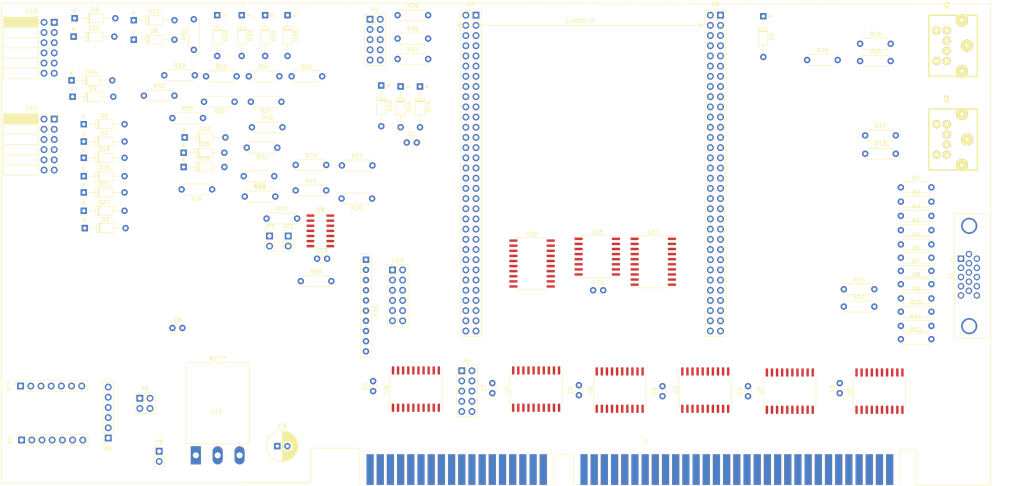
<source format=kicad_pcb>
(kicad_pcb (version 20171130) (host pcbnew "(5.1.5)-3")
  (layers (0 F.Cu signal) (31 B.Cu signal) (34 B.Paste user) (35 F.Paste user) (36 B.SilkS user) (37 F.SilkS user) (38 B.Mask user) (39 F.Mask user) (44 Edge.Cuts user))
  (net 0 "")
  (net 1 /A20)
  (net 2 /A21)
  (net 3 /A22)
  (net 4 /A23)
  (net 5 /A24)
  (net 6 /A25)
  (net 7 /A26)
  (net 8 "Net-(J1-Pad79)")
  (net 9 "Net-(J1-Pad69)")
  (net 10 "Net-(J1-Pad68)")
  (net 11 "Net-(J1-Pad67)")
  (net 12 "Net-(J1-Pad66)")
  (net 13 "Net-(J1-Pad65)")
  (net 14 "Net-(J1-Pad64)")
  (net 15 /A1)
  (net 16 /A2)
  (net 17 /A3)
  (net 18 /A4)
  (net 19 /A5)
  (net 20 /A6)
  (net 21 /A7)
  (net 22 /A8)
  (net 23 /A9)
  (net 24 /A10)
  (net 25 /A11)
  (net 26 /A12)
  (net 27 /A13)
  (net 28 /A14)
  (net 29 /A15)
  (net 30 /A16)
  (net 31 /A17)
  (net 32 /A18)
  (net 33 /A19)
  (net 34 "Net-(J1-Pad42)")
  (net 35 "Net-(J1-Pad32)")
  (net 36 "Net-(J1-Pad27)")
  (net 37 "Net-(J1-Pad25)")
  (net 38 "Net-(J1-Pad24)")
  (net 39 "Net-(J1-Pad23)")
  (net 40 "Net-(J1-Pad22)")
  (net 41 "Net-(J1-Pad21)")
  (net 42 "Net-(J1-Pad20)")
  (net 43 "Net-(J1-Pad19)")
  (net 44 "Net-(J1-Pad14)")
  (net 45 "Net-(J1-Pad13)")
  (net 46 "Net-(J1-Pad12)")
  (net 47 "Net-(J1-Pad11)")
  (net 48 "Net-(J1-Pad9)")
  (net 49 "Net-(J1-Pad8)")
  (net 50 "Net-(J1-Pad7)")
  (net 51 "Net-(J1-Pad5)")
  (net 52 "Net-(J1-Pad4)")
  (net 53 /D15)
  (net 54 /D14)
  (net 55 /D13)
  (net 56 /D12)
  (net 57 /D11)
  (net 58 /D10)
  (net 59 /D9)
  (net 60 /D8)
  (net 61 /WR*)
  (net 62 /D0)
  (net 63 /D1)
  (net 64 /D2)
  (net 65 /D3)
  (net 66 /D4)
  (net 67 /D5)
  (net 68 /D6)
  (net 69 /D7)
  (net 70 /ALE)
  (net 71 /VCC33)
  (net 72 /FA0)
  (net 73 /FA1)
  (net 74 /FA2)
  (net 75 /FA3)
  (net 76 /FA4)
  (net 77 /FA5)
  (net 78 /FA6)
  (net 79 /FA7)
  (net 80 /FA8)
  (net 81 /FA9)
  (net 82 /FA10)
  (net 83 /FA11)
  (net 84 /FA12)
  (net 85 /FA13)
  (net 86 /FA14)
  (net 87 /FA15)
  (net 88 /FA16)
  (net 89 /FA17)
  (net 90 /FA18)
  (net 91 /FA19)
  (net 92 /FA20)
  (net 93 /FA21)
  (net 94 /FA22)
  (net 95 /FA23)
  (net 96 /FA24)
  (net 97 /FA25)
  (net 98 /FA26)
  (net 99 "Net-(U7-Pad47)")
  (net 100 "Net-(J2-Pad15)")
  (net 101 "Net-(J2-Pad14)")
  (net 102 "Net-(J2-Pad13)")
  (net 103 "Net-(J2-Pad12)")
  (net 104 "Net-(J2-Pad11)")
  (net 105 "Net-(J2-Pad9)")
  (net 106 "Net-(J2-Pad4)")
  (net 107 "Net-(J2-Pad3)")
  (net 108 "Net-(J2-Pad2)")
  (net 109 "Net-(J2-Pad1)")
  (net 110 /BLUE3)
  (net 111 /BLUE2)
  (net 112 /BLUE1)
  (net 113 /BLUE0)
  (net 114 /GREEN3)
  (net 115 /GREEN2)
  (net 116 /GREEN1)
  (net 117 /GREEN0)
  (net 118 /RED3)
  (net 119 /RED2)
  (net 120 /RED1)
  (net 121 /RED0)
  (net 122 /HS)
  (net 123 /VS)
  (net 124 /FD0)
  (net 125 /FD1)
  (net 126 /FD2)
  (net 127 /FD3)
  (net 128 /FD4)
  (net 129 /FD5)
  (net 130 /FD6)
  (net 131 /FD7)
  (net 132 /FD15)
  (net 133 /FD14)
  (net 134 /FD13)
  (net 135 /FD12)
  (net 136 /FD11)
  (net 137 /FD10)
  (net 138 /FD9)
  (net 139 /FD8)
  (net 140 "Net-(R15-Pad2)")
  (net 141 /KBDCLK)
  (net 142 "Net-(R16-Pad2)")
  (net 143 /KBDDAT)
  (net 144 "Net-(R17-Pad2)")
  (net 145 /MSEDAT)
  (net 146 "Net-(R18-Pad2)")
  (net 147 /MSECLK)
  (net 148 "Net-(X1-Pad3)")
  (net 149 /RDY)
  (net 150 /IRQ*)
  (net 151 /FALE)
  (net 152 /FDBE*)
  (net 153 /IRQ)
  (net 154 /RDY*)
  (net 155 GND)
  (net 156 /328_RESET*)
  (net 157 "Net-(C8-Pad1)")
  (net 158 "Net-(D1-Pad1)")
  (net 159 "Net-(D2-Pad1)")
  (net 160 "Net-(D3-Pad1)")
  (net 161 "Net-(D5-Pad1)")
  (net 162 "Net-(D6-Pad1)")
  (net 163 "Net-(D8-Pad1)")
  (net 164 "Net-(D9-Pad1)")
  (net 165 "Net-(D11-Pad1)")
  (net 166 "Net-(D12-Pad1)")
  (net 167 "Net-(D13-Pad1)")
  (net 168 "Net-(D14-Pad1)")
  (net 169 "Net-(D15-Pad1)")
  (net 170 "Net-(D16-Pad1)")
  (net 171 "Net-(D18-Pad1)")
  (net 172 "Net-(D19-Pad1)")
  (net 173 "Net-(D21-Pad1)")
  (net 174 "Net-(D22-Pad1)")
  (net 175 "Net-(D24-Pad1)")
  (net 176 "Net-(D25-Pad1)")
  (net 177 "Net-(D27-Pad1)")
  (net 178 "Net-(D28-Pad1)")
  (net 179 "Net-(D29-Pad1)")
  (net 180 "Net-(D30-Pad1)")
  (net 181 "Net-(D31-Pad1)")
  (net 182 VCC)
  (net 183 "Net-(P3-Pad8)")
  (net 184 "Net-(P3-Pad4)")
  (net 185 "Net-(P4-Pad7)")
  (net 186 "Net-(P4-Pad6)")
  (net 187 "Net-(P4-Pad5)")
  (net 188 "Net-(P4-Pad4)")
  (net 189 "Net-(P4-Pad3)")
  (net 190 "Net-(P4-Pad2)")
  (net 191 "Net-(P4-Pad1)")
  (net 192 "Net-(P5-Pad5)")
  (net 193 "Net-(P5-Pad4)")
  (net 194 "Net-(P5-Pad3)")
  (net 195 "Net-(P5-Pad2)")
  (net 196 /FTX)
  (net 197 "Net-(P6-Pad1)")
  (net 198 "Net-(P7-Pad5)")
  (net 199 "Net-(P7-Pad4)")
  (net 200 "Net-(P7-Pad3)")
  (net 201 "Net-(P7-Pad2)")
  (net 202 "Net-(P7-Pad1)")
  (net 203 /PMODA0)
  (net 204 /PMODA1)
  (net 205 /PMODA2)
  (net 206 /PMODA3)
  (net 207 /PMODB0)
  (net 208 /PMODB1)
  (net 209 /PMODB2)
  (net 210 /PMODB3)
  (net 211 /ANA0)
  (net 212 /ANA1)
  (net 213 /ANA2)
  (net 214 /PMODA4)
  (net 215 /PMODA5)
  (net 216 /PMODA6)
  (net 217 /PMODA7)
  (net 218 /FRX)
  (net 219 "Net-(RR1-Pad10)")
  (net 220 "Net-(RR1-Pad9)")
  (net 221 "Net-(RR1-Pad8)")
  (net 222 /CFG3)
  (net 223 /LED3)
  (net 224 /LED2)
  (net 225 /LED1)
  (net 226 /LED0)
  (net 227 /CFG4)
  (net 228 /RESET)
  (net 229 /MRQ7)
  (net 230 /MRQ6)
  (net 231 /MRQ5)
  (net 232 /MRQ3)
  (net 233 /MRQ2)
  (net 234 /MRQ1)
  (net 235 /MRQ0)
  (net 236 /LED4)
  (net 237 "Net-(U17-Pad20)")
  (net 238 /MOE*)
  (net 239 "Net-(RR1-Pad3)")
  (net 240 "Net-(RR1-Pad2)")
  (net 241 /FMRQ7)
  (net 242 /MS2)
  (net 243 /FMRQ6)
  (net 244 /MS1)
  (net 245 /FMRQ5)
  (net 246 /MS0)
  (net 247 /FMRQ3)
  (net 248 /FMRQ2)
  (net 249 /FMRQ1)
  (net 250 /FMRQ0)
  (net 251 "Net-(U10-Pad9)")
  (net 252 "Net-(U17-Pad19)")
  (net 253 /MAK7*)
  (net 254 /MAK6*)
  (net 255 /MAK5*)
  (net 256 /MAK0*)
  (net 257 /MAK2*)
  (net 258 /MAK1*)
  (net 259 /MAK3*)
  (net 260 /CFG2)
  (net 261 "Net-(U15-Pad14)")
  (net 262 "Net-(U15-Pad13)")
  (net 263 "Net-(U15-Pad12)")
  (net 264 "Net-(U15-Pad11)")
  (net 265 "Net-(U15-Pad10)")
  (net 266 "Net-(U15-Pad9)")
  (net 267 "Net-(U15-Pad7)")
  (net 268 "Net-(U7-Pad51)")
  (net 269 "Net-(U7-Pad33)")
  (net 270 "Net-(U7-Pad14)")
  (net 271 "Net-(U7-Pad4)")
  (net 272 "Net-(U7-Pad3)")
  (net 273 "Net-(U7-Pad2)")
  (net 274 "Net-(U7-Pad1)")
  (net 275 "Net-(U8-Pad4)")
  (net 276 "Net-(U8-Pad3)")
  (net 277 "Net-(U8-Pad2)")
  (net 278 "Net-(U8-Pad1)")
  (net 279 /RD*)
  (net 280 /SBHE)
  (net 281 /MEMCS16*)
  (net 282 /A0)
  (net 283 "Net-(J1-Pad30)")
  (net 284 /14M318Hz)
  (net 285 /8M18Hz)
  (net 286 /FSBHE)
  (net 287 /8MH18Hz)
  (net 288 /FWR*)
  (net 289 /F14M318Hz)
  (net 290 /F8M18Hz)
  (net 291 /FMEMCS16)
  (net 292 "Net-(U10-Pad11)")
  (module Package_SO:SOIC-14_3.9x8.7mm_P1.27mm (layer F.Cu) (at 108.006 89.332)
    (fp_text reference U9 (at 0 -5.28) (layer F.SilkS))
    (fp_text value 74LVC06)
    (pad 14 smd roundrect (at 2.475 -3.81) (size 1.95 0.6) (layers F.Cu F.Paste F.Mask) (net 71 /VCC33))
    (pad 13 smd roundrect (at 2.475 -2.54) (size 1.95 0.6) (layers F.Cu F.Paste F.Mask))
    (pad 12 smd roundrect (at 2.475 -1.27) (size 1.95 0.6) (layers F.Cu F.Paste F.Mask))
    (pad 11 smd roundrect (at 2.475 0) (size 1.95 0.6) (layers F.Cu F.Paste F.Mask) (net 291 /FMEMCS16))
    (pad 10 smd roundrect (at 2.475 1.27) (size 1.95 0.6) (layers F.Cu F.Paste F.Mask) (net 281 /MEMCS16*))
    (pad 9 smd roundrect (at 2.475 2.54) (size 1.95 0.6) (layers F.Cu F.Paste F.Mask) (net 153 /IRQ))
    (pad 8 smd roundrect (at 2.475 3.81) (size 1.95 0.6) (layers F.Cu F.Paste F.Mask) (net 150 /IRQ*))
    (pad 7 smd roundrect (at -2.475 3.81) (size 1.95 0.6) (layers F.Cu F.Paste F.Mask) (net 155 GND))
    (pad 6 smd roundrect (at -2.475 2.54) (size 1.95 0.6) (layers F.Cu F.Paste F.Mask) (net 149 /RDY))
    (pad 5 smd roundrect (at -2.475 1.27) (size 1.95 0.6) (layers F.Cu F.Paste F.Mask) (net 154 /RDY*))
    (pad 4 smd roundrect (at -2.475 0) (size 1.95 0.6) (layers F.Cu F.Paste F.Mask))
    (pad 3 smd roundrect (at -2.475 -1.27) (size 1.95 0.6) (layers F.Cu F.Paste F.Mask))
    (pad 2 smd roundrect (at -2.475 -2.54) (size 1.95 0.6) (layers F.Cu F.Paste F.Mask))
    (pad 1 smd roundrect (at -2.475 -3.81) (size 1.95 0.6) (layers F.Cu F.Paste F.Mask))
  )
  (module Resistor_THT:R_Axial_DIN0207_L6.3mm_D2.5mm_P7.62mm_Horizontal (layer F.Cu) (at 94.586 86.252)
    (fp_text reference R19 (at 3.81 -2.37) (layer F.SilkS))
    (fp_text value 2k2)
    (pad 2 thru_hole oval (at 7.62 0) (size 1.6 1.6) (drill 0.8) (layers *.Cu *.Mask) (net 182 VCC))
    (pad 1 thru_hole circle (at 0 0) (size 1.6 1.6) (drill 0.8) (layers *.Cu *.Mask) (net 281 /MEMCS16*))
  )
  (module Connector_PinHeader_2.54mm:PinHeader_1x02_P2.54mm_Vertical (layer F.Cu) (at 99.986 90.602)
    (fp_text reference JP2 (at 0 -2.33) (layer F.SilkS))
    (fp_text value Jumper)
    (pad 2 thru_hole oval (at 0 2.54) (size 1.7 1.7) (drill 1) (layers *.Cu *.Mask) (net 42 "Net-(J1-Pad20)"))
    (pad 1 thru_hole rect (at 0 0) (size 1.7 1.7) (drill 1) (layers *.Cu *.Mask) (net 285 /8M18Hz))
  )
  (module Connector_PinHeader_2.54mm:PinHeader_1x02_P2.54mm_Vertical (layer F.Cu) (at 95.336 90.602)
    (fp_text reference JP1 (at 0 -2.33) (layer F.SilkS))
    (fp_text value Jumper)
    (pad 2 thru_hole oval (at 0 2.54) (size 1.7 1.7) (drill 1) (layers *.Cu *.Mask) (net 283 "Net-(J1-Pad30)"))
    (pad 1 thru_hole rect (at 0 0) (size 1.7 1.7) (drill 1) (layers *.Cu *.Mask) (net 284 /14M318Hz))
  )
  (module Capacitor_THT:C_Disc_D3.0mm_W1.6mm_P2.50mm (layer F.Cu) (at 176.022 104.14)
    (fp_text reference C11 (at 1.25 -2.05) (layer F.SilkS))
    (fp_text value 0.1)
    (pad 2 thru_hole circle (at 2.5 0) (size 1.6 1.6) (drill 0.8) (layers *.Cu *.Mask) (net 155 GND))
    (pad 1 thru_hole circle (at 0 0) (size 1.6 1.6) (drill 0.8) (layers *.Cu *.Mask) (net 71 /VCC33))
  )
  (module Capacitor_THT:C_Disc_D3.0mm_W1.6mm_P2.50mm (layer F.Cu) (at 107.188 96.266)
    (fp_text reference C10 (at 1.25 -2.05) (layer F.SilkS))
    (fp_text value 0.1)
    (pad 2 thru_hole circle (at 2.5 0) (size 1.6 1.6) (drill 0.8) (layers *.Cu *.Mask) (net 155 GND))
    (pad 1 thru_hole circle (at 0 0) (size 1.6 1.6) (drill 0.8) (layers *.Cu *.Mask) (net 71 /VCC33))
  )
  (module Connector_PinSocket_2.54mm:PinSocket_2x32_P2.54mm_Vertical (layer F.Cu) (at 207.772 35.56)
    (fp_text reference U8 (at -1.27 -2.77) (layer F.SilkS))
    (fp_text value CONN_32X2)
    (pad 64 thru_hole oval (at -2.54 78.74) (size 1.7 1.7) (drill 1) (layers *.Cu *.Mask) (net 182 VCC))
    (pad 63 thru_hole oval (at 0 78.74) (size 1.7 1.7) (drill 1) (layers *.Cu *.Mask) (net 182 VCC))
    (pad 62 thru_hole oval (at -2.54 76.2) (size 1.7 1.7) (drill 1) (layers *.Cu *.Mask) (net 155 GND))
    (pad 61 thru_hole oval (at 0 76.2) (size 1.7 1.7) (drill 1) (layers *.Cu *.Mask) (net 155 GND))
    (pad 60 thru_hole oval (at -2.54 73.66) (size 1.7 1.7) (drill 1) (layers *.Cu *.Mask) (net 122 /HS))
    (pad 59 thru_hole oval (at 0 73.66) (size 1.7 1.7) (drill 1) (layers *.Cu *.Mask) (net 98 /FA26))
    (pad 58 thru_hole oval (at -2.54 71.12) (size 1.7 1.7) (drill 1) (layers *.Cu *.Mask) (net 123 /VS))
    (pad 57 thru_hole oval (at 0 71.12) (size 1.7 1.7) (drill 1) (layers *.Cu *.Mask) (net 97 /FA25))
    (pad 56 thru_hole oval (at -2.54 68.58) (size 1.7 1.7) (drill 1) (layers *.Cu *.Mask) (net 121 /RED0))
    (pad 55 thru_hole oval (at 0 68.58) (size 1.7 1.7) (drill 1) (layers *.Cu *.Mask) (net 96 /FA24))
    (pad 54 thru_hole oval (at -2.54 66.04) (size 1.7 1.7) (drill 1) (layers *.Cu *.Mask) (net 120 /RED1))
    (pad 53 thru_hole oval (at 0 66.04) (size 1.7 1.7) (drill 1) (layers *.Cu *.Mask) (net 88 /FA16))
    (pad 52 thru_hole oval (at -2.54 63.5) (size 1.7 1.7) (drill 1) (layers *.Cu *.Mask) (net 119 /RED2))
    (pad 51 thru_hole oval (at 0 63.5) (size 1.7 1.7) (drill 1) (layers *.Cu *.Mask) (net 89 /FA17))
    (pad 50 thru_hole oval (at -2.54 60.96) (size 1.7 1.7) (drill 1) (layers *.Cu *.Mask) (net 118 /RED3))
    (pad 49 thru_hole oval (at 0 60.96) (size 1.7 1.7) (drill 1) (layers *.Cu *.Mask) (net 90 /FA18))
    (pad 48 thru_hole oval (at -2.54 58.42) (size 1.7 1.7) (drill 1) (layers *.Cu *.Mask) (net 117 /GREEN0))
    (pad 47 thru_hole oval (at 0 58.42) (size 1.7 1.7) (drill 1) (layers *.Cu *.Mask) (net 91 /FA19))
    (pad 46 thru_hole oval (at -2.54 55.88) (size 1.7 1.7) (drill 1) (layers *.Cu *.Mask) (net 116 /GREEN1))
    (pad 45 thru_hole oval (at 0 55.88) (size 1.7 1.7) (drill 1) (layers *.Cu *.Mask) (net 92 /FA20))
    (pad 44 thru_hole oval (at -2.54 53.34) (size 1.7 1.7) (drill 1) (layers *.Cu *.Mask) (net 115 /GREEN2))
    (pad 43 thru_hole oval (at 0 53.34) (size 1.7 1.7) (drill 1) (layers *.Cu *.Mask) (net 93 /FA21))
    (pad 42 thru_hole oval (at -2.54 50.8) (size 1.7 1.7) (drill 1) (layers *.Cu *.Mask) (net 114 /GREEN3))
    (pad 41 thru_hole oval (at 0 50.8) (size 1.7 1.7) (drill 1) (layers *.Cu *.Mask) (net 94 /FA22))
    (pad 40 thru_hole oval (at -2.54 48.26) (size 1.7 1.7) (drill 1) (layers *.Cu *.Mask) (net 113 /BLUE0))
    (pad 39 thru_hole oval (at 0 48.26) (size 1.7 1.7) (drill 1) (layers *.Cu *.Mask) (net 95 /FA23))
    (pad 38 thru_hole oval (at -2.54 45.72) (size 1.7 1.7) (drill 1) (layers *.Cu *.Mask) (net 112 /BLUE1))
    (pad 37 thru_hole oval (at 0 45.72) (size 1.7 1.7) (drill 1) (layers *.Cu *.Mask) (net 87 /FA15))
    (pad 36 thru_hole oval (at -2.54 43.18) (size 1.7 1.7) (drill 1) (layers *.Cu *.Mask) (net 111 /BLUE2))
    (pad 35 thru_hole oval (at 0 43.18) (size 1.7 1.7) (drill 1) (layers *.Cu *.Mask) (net 86 /FA14))
    (pad 34 thru_hole oval (at -2.54 40.64) (size 1.7 1.7) (drill 1) (layers *.Cu *.Mask) (net 110 /BLUE3))
    (pad 33 thru_hole oval (at 0 40.64) (size 1.7 1.7) (drill 1) (layers *.Cu *.Mask) (net 85 /FA13))
    (pad 32 thru_hole oval (at -2.54 38.1) (size 1.7 1.7) (drill 1) (layers *.Cu *.Mask) (net 286 /FSBHE))
    (pad 31 thru_hole oval (at 0 38.1) (size 1.7 1.7) (drill 1) (layers *.Cu *.Mask) (net 84 /FA12))
    (pad 30 thru_hole oval (at -2.54 35.56) (size 1.7 1.7) (drill 1) (layers *.Cu *.Mask) (net 218 /FRX))
    (pad 29 thru_hole oval (at 0 35.56) (size 1.7 1.7) (drill 1) (layers *.Cu *.Mask) (net 83 /FA11))
    (pad 28 thru_hole oval (at -2.54 33.02) (size 1.7 1.7) (drill 1) (layers *.Cu *.Mask) (net 196 /FTX))
    (pad 27 thru_hole oval (at 0 33.02) (size 1.7 1.7) (drill 1) (layers *.Cu *.Mask) (net 82 /FA10))
    (pad 26 thru_hole oval (at -2.54 30.48) (size 1.7 1.7) (drill 1) (layers *.Cu *.Mask) (net 153 /IRQ))
    (pad 25 thru_hole oval (at 0 30.48) (size 1.7 1.7) (drill 1) (layers *.Cu *.Mask) (net 81 /FA9))
    (pad 24 thru_hole oval (at -2.54 27.94) (size 1.7 1.7) (drill 1) (layers *.Cu *.Mask) (net 152 /FDBE*))
    (pad 23 thru_hole oval (at 0 27.94) (size 1.7 1.7) (drill 1) (layers *.Cu *.Mask) (net 80 /FA8))
    (pad 22 thru_hole oval (at -2.54 25.4) (size 1.7 1.7) (drill 1) (layers *.Cu *.Mask) (net 154 /RDY*))
    (pad 21 thru_hole oval (at 0 25.4) (size 1.7 1.7) (drill 1) (layers *.Cu *.Mask) (net 79 /FA7))
    (pad 20 thru_hole oval (at -2.54 22.86) (size 1.7 1.7) (drill 1) (layers *.Cu *.Mask) (net 288 /FWR*))
    (pad 19 thru_hole oval (at 0 22.86) (size 1.7 1.7) (drill 1) (layers *.Cu *.Mask) (net 78 /FA6))
    (pad 18 thru_hole oval (at -2.54 20.32) (size 1.7 1.7) (drill 1) (layers *.Cu *.Mask) (net 151 /FALE))
    (pad 17 thru_hole oval (at 0 20.32) (size 1.7 1.7) (drill 1) (layers *.Cu *.Mask) (net 77 /FA5))
    (pad 16 thru_hole oval (at -2.54 17.78) (size 1.7 1.7) (drill 1) (layers *.Cu *.Mask) (net 147 /MSECLK))
    (pad 15 thru_hole oval (at 0 17.78) (size 1.7 1.7) (drill 1) (layers *.Cu *.Mask) (net 211 /ANA0))
    (pad 14 thru_hole oval (at -2.54 15.24) (size 1.7 1.7) (drill 1) (layers *.Cu *.Mask) (net 76 /FA4))
    (pad 13 thru_hole oval (at 0 15.24) (size 1.7 1.7) (drill 1) (layers *.Cu *.Mask) (net 75 /FA3))
    (pad 12 thru_hole oval (at -2.54 12.7) (size 1.7 1.7) (drill 1) (layers *.Cu *.Mask) (net 145 /MSEDAT))
    (pad 11 thru_hole oval (at 0 12.7) (size 1.7 1.7) (drill 1) (layers *.Cu *.Mask) (net 74 /FA2))
    (pad 10 thru_hole oval (at -2.54 10.16) (size 1.7 1.7) (drill 1) (layers *.Cu *.Mask) (net 141 /KBDCLK))
    (pad 9 thru_hole oval (at 0 10.16) (size 1.7 1.7) (drill 1) (layers *.Cu *.Mask) (net 73 /FA1))
    (pad 8 thru_hole oval (at -2.54 7.62) (size 1.7 1.7) (drill 1) (layers *.Cu *.Mask) (net 143 /KBDDAT))
    (pad 7 thru_hole oval (at 0 7.62) (size 1.7 1.7) (drill 1) (layers *.Cu *.Mask) (net 72 /FA0))
    (pad 6 thru_hole oval (at -2.54 5.08) (size 1.7 1.7) (drill 1) (layers *.Cu *.Mask) (net 155 GND))
    (pad 5 thru_hole oval (at 0 5.08) (size 1.7 1.7) (drill 1) (layers *.Cu *.Mask) (net 155 GND))
    (pad 4 thru_hole oval (at -2.54 2.54) (size 1.7 1.7) (drill 1) (layers *.Cu *.Mask) (net 275 "Net-(U8-Pad4)"))
    (pad 3 thru_hole oval (at 0 2.54) (size 1.7 1.7) (drill 1) (layers *.Cu *.Mask) (net 276 "Net-(U8-Pad3)"))
    (pad 2 thru_hole oval (at -2.54 0) (size 1.7 1.7) (drill 1) (layers *.Cu *.Mask) (net 277 "Net-(U8-Pad2)"))
    (pad 1 thru_hole rect (at 0 0) (size 1.7 1.7) (drill 1) (layers *.Cu *.Mask) (net 278 "Net-(U8-Pad1)"))
  )
  (module Connector_PinSocket_2.54mm:PinSocket_2x32_P2.54mm_Vertical (layer F.Cu) (at 146.812 35.56)
    (fp_text reference U7 (at -1.27 -2.77) (layer F.SilkS))
    (fp_text value CONN_32X2)
    (pad 64 thru_hole oval (at -2.54 78.74) (size 1.7 1.7) (drill 1) (layers *.Cu *.Mask) (net 182 VCC))
    (pad 63 thru_hole oval (at 0 78.74) (size 1.7 1.7) (drill 1) (layers *.Cu *.Mask) (net 182 VCC))
    (pad 62 thru_hole oval (at -2.54 76.2) (size 1.7 1.7) (drill 1) (layers *.Cu *.Mask) (net 155 GND))
    (pad 61 thru_hole oval (at 0 76.2) (size 1.7 1.7) (drill 1) (layers *.Cu *.Mask) (net 155 GND))
    (pad 60 thru_hole oval (at -2.54 73.66) (size 1.7 1.7) (drill 1) (layers *.Cu *.Mask) (net 260 /CFG2))
    (pad 59 thru_hole oval (at 0 73.66) (size 1.7 1.7) (drill 1) (layers *.Cu *.Mask) (net 241 /FMRQ7))
    (pad 58 thru_hole oval (at -2.54 71.12) (size 1.7 1.7) (drill 1) (layers *.Cu *.Mask) (net 242 /MS2))
    (pad 57 thru_hole oval (at 0 71.12) (size 1.7 1.7) (drill 1) (layers *.Cu *.Mask) (net 243 /FMRQ6))
    (pad 56 thru_hole oval (at -2.54 68.58) (size 1.7 1.7) (drill 1) (layers *.Cu *.Mask) (net 244 /MS1))
    (pad 55 thru_hole oval (at 0 68.58) (size 1.7 1.7) (drill 1) (layers *.Cu *.Mask) (net 245 /FMRQ5))
    (pad 54 thru_hole oval (at -2.54 66.04) (size 1.7 1.7) (drill 1) (layers *.Cu *.Mask) (net 246 /MS0))
    (pad 53 thru_hole oval (at 0 66.04) (size 1.7 1.7) (drill 1) (layers *.Cu *.Mask) (net 247 /FMRQ3))
    (pad 52 thru_hole oval (at -2.54 63.5) (size 1.7 1.7) (drill 1) (layers *.Cu *.Mask) (net 222 /CFG3))
    (pad 51 thru_hole oval (at 0 63.5) (size 1.7 1.7) (drill 1) (layers *.Cu *.Mask) (net 268 "Net-(U7-Pad51)"))
    (pad 50 thru_hole oval (at -2.54 60.96) (size 1.7 1.7) (drill 1) (layers *.Cu *.Mask) (net 223 /LED3))
    (pad 49 thru_hole oval (at 0 60.96) (size 1.7 1.7) (drill 1) (layers *.Cu *.Mask) (net 248 /FMRQ2))
    (pad 48 thru_hole oval (at -2.54 58.42) (size 1.7 1.7) (drill 1) (layers *.Cu *.Mask) (net 224 /LED2))
    (pad 47 thru_hole oval (at 0 58.42) (size 1.7 1.7) (drill 1) (layers *.Cu *.Mask) (net 99 "Net-(U7-Pad47)"))
    (pad 46 thru_hole oval (at -2.54 55.88) (size 1.7 1.7) (drill 1) (layers *.Cu *.Mask) (net 225 /LED1))
    (pad 45 thru_hole oval (at 0 55.88) (size 1.7 1.7) (drill 1) (layers *.Cu *.Mask) (net 249 /FMRQ1))
    (pad 44 thru_hole oval (at -2.54 53.34) (size 1.7 1.7) (drill 1) (layers *.Cu *.Mask) (net 226 /LED0))
    (pad 43 thru_hole oval (at 0 53.34) (size 1.7 1.7) (drill 1) (layers *.Cu *.Mask) (net 250 /FMRQ0))
    (pad 42 thru_hole oval (at -2.54 50.8) (size 1.7 1.7) (drill 1) (layers *.Cu *.Mask) (net 139 /FD8))
    (pad 41 thru_hole oval (at 0 50.8) (size 1.7 1.7) (drill 1) (layers *.Cu *.Mask) (net 227 /CFG4))
    (pad 40 thru_hole oval (at -2.54 48.26) (size 1.7 1.7) (drill 1) (layers *.Cu *.Mask) (net 138 /FD9))
    (pad 39 thru_hole oval (at 0 48.26) (size 1.7 1.7) (drill 1) (layers *.Cu *.Mask) (net 289 /F14M318Hz))
    (pad 38 thru_hole oval (at -2.54 45.72) (size 1.7 1.7) (drill 1) (layers *.Cu *.Mask) (net 137 /FD10))
    (pad 37 thru_hole oval (at 0 45.72) (size 1.7 1.7) (drill 1) (layers *.Cu *.Mask) (net 290 /F8M18Hz))
    (pad 36 thru_hole oval (at -2.54 43.18) (size 1.7 1.7) (drill 1) (layers *.Cu *.Mask) (net 136 /FD11))
    (pad 35 thru_hole oval (at 0 43.18) (size 1.7 1.7) (drill 1) (layers *.Cu *.Mask) (net 291 /FMEMCS16))
    (pad 34 thru_hole oval (at -2.54 40.64) (size 1.7 1.7) (drill 1) (layers *.Cu *.Mask) (net 135 /FD12))
    (pad 33 thru_hole oval (at 0 40.64) (size 1.7 1.7) (drill 1) (layers *.Cu *.Mask) (net 269 "Net-(U7-Pad33)"))
    (pad 32 thru_hole oval (at -2.54 38.1) (size 1.7 1.7) (drill 1) (layers *.Cu *.Mask) (net 134 /FD13))
    (pad 31 thru_hole oval (at 0 38.1) (size 1.7 1.7) (drill 1) (layers *.Cu *.Mask) (net 210 /PMODB3))
    (pad 30 thru_hole oval (at -2.54 35.56) (size 1.7 1.7) (drill 1) (layers *.Cu *.Mask) (net 212 /ANA1))
    (pad 29 thru_hole oval (at 0 35.56) (size 1.7 1.7) (drill 1) (layers *.Cu *.Mask) (net 213 /ANA2))
    (pad 28 thru_hole oval (at -2.54 33.02) (size 1.7 1.7) (drill 1) (layers *.Cu *.Mask) (net 133 /FD14))
    (pad 27 thru_hole oval (at 0 33.02) (size 1.7 1.7) (drill 1) (layers *.Cu *.Mask) (net 209 /PMODB2))
    (pad 26 thru_hole oval (at -2.54 30.48) (size 1.7 1.7) (drill 1) (layers *.Cu *.Mask) (net 132 /FD15))
    (pad 25 thru_hole oval (at 0 30.48) (size 1.7 1.7) (drill 1) (layers *.Cu *.Mask) (net 208 /PMODB1))
    (pad 24 thru_hole oval (at -2.54 27.94) (size 1.7 1.7) (drill 1) (layers *.Cu *.Mask) (net 124 /FD0))
    (pad 23 thru_hole oval (at 0 27.94) (size 1.7 1.7) (drill 1) (layers *.Cu *.Mask) (net 207 /PMODB0))
    (pad 22 thru_hole oval (at -2.54 25.4) (size 1.7 1.7) (drill 1) (layers *.Cu *.Mask) (net 125 /FD1))
    (pad 21 thru_hole oval (at 0 25.4) (size 1.7 1.7) (drill 1) (layers *.Cu *.Mask) (net 217 /PMODA7))
    (pad 20 thru_hole oval (at -2.54 22.86) (size 1.7 1.7) (drill 1) (layers *.Cu *.Mask) (net 126 /FD2))
    (pad 19 thru_hole oval (at 0 22.86) (size 1.7 1.7) (drill 1) (layers *.Cu *.Mask) (net 216 /PMODA6))
    (pad 18 thru_hole oval (at -2.54 20.32) (size 1.7 1.7) (drill 1) (layers *.Cu *.Mask) (net 127 /FD3))
    (pad 17 thru_hole oval (at 0 20.32) (size 1.7 1.7) (drill 1) (layers *.Cu *.Mask) (net 215 /PMODA5))
    (pad 16 thru_hole oval (at -2.54 17.78) (size 1.7 1.7) (drill 1) (layers *.Cu *.Mask) (net 128 /FD4))
    (pad 15 thru_hole oval (at 0 17.78) (size 1.7 1.7) (drill 1) (layers *.Cu *.Mask) (net 214 /PMODA4))
    (pad 14 thru_hole oval (at -2.54 15.24) (size 1.7 1.7) (drill 1) (layers *.Cu *.Mask) (net 270 "Net-(U7-Pad14)"))
    (pad 13 thru_hole oval (at 0 15.24) (size 1.7 1.7) (drill 1) (layers *.Cu *.Mask) (net 206 /PMODA3))
    (pad 12 thru_hole oval (at -2.54 12.7) (size 1.7 1.7) (drill 1) (layers *.Cu *.Mask) (net 129 /FD5))
    (pad 11 thru_hole oval (at 0 12.7) (size 1.7 1.7) (drill 1) (layers *.Cu *.Mask) (net 205 /PMODA2))
    (pad 10 thru_hole oval (at -2.54 10.16) (size 1.7 1.7) (drill 1) (layers *.Cu *.Mask) (net 130 /FD6))
    (pad 9 thru_hole oval (at 0 10.16) (size 1.7 1.7) (drill 1) (layers *.Cu *.Mask) (net 204 /PMODA1))
    (pad 8 thru_hole oval (at -2.54 7.62) (size 1.7 1.7) (drill 1) (layers *.Cu *.Mask) (net 131 /FD7))
    (pad 7 thru_hole oval (at 0 7.62) (size 1.7 1.7) (drill 1) (layers *.Cu *.Mask) (net 203 /PMODA0))
    (pad 6 thru_hole oval (at -2.54 5.08) (size 1.7 1.7) (drill 1) (layers *.Cu *.Mask) (net 155 GND))
    (pad 5 thru_hole oval (at 0 5.08) (size 1.7 1.7) (drill 1) (layers *.Cu *.Mask) (net 155 GND))
    (pad 4 thru_hole oval (at -2.54 2.54) (size 1.7 1.7) (drill 1) (layers *.Cu *.Mask) (net 271 "Net-(U7-Pad4)"))
    (pad 3 thru_hole oval (at 0 2.54) (size 1.7 1.7) (drill 1) (layers *.Cu *.Mask) (net 272 "Net-(U7-Pad3)"))
    (pad 2 thru_hole oval (at -2.54 0) (size 1.7 1.7) (drill 1) (layers *.Cu *.Mask) (net 273 "Net-(U7-Pad2)"))
    (pad 1 thru_hole rect (at 0 0) (size 1.7 1.7) (drill 1) (layers *.Cu *.Mask) (net 274 "Net-(U7-Pad1)"))
  )
  (module Package_SO:SOIC-16W_7.5x10.3mm_P1.27mm (layer F.Cu) (at 177.038 95.758)
    (fp_text reference U15 (at 0 -6.1) (layer F.SilkS))
    (fp_text value 74LVC138)
    (pad 16 smd roundrect (at 4.65 -4.445) (size 2.05 0.6) (layers F.Cu F.Paste F.Mask) (net 71 /VCC33))
    (pad 15 smd roundrect (at 4.65 -3.175) (size 2.05 0.6) (layers F.Cu F.Paste F.Mask) (net 236 /LED4))
    (pad 14 smd roundrect (at 4.65 -1.905) (size 2.05 0.6) (layers F.Cu F.Paste F.Mask) (net 261 "Net-(U15-Pad14)"))
    (pad 13 smd roundrect (at 4.65 -0.635) (size 2.05 0.6) (layers F.Cu F.Paste F.Mask) (net 262 "Net-(U15-Pad13)"))
    (pad 12 smd roundrect (at 4.65 0.635) (size 2.05 0.6) (layers F.Cu F.Paste F.Mask) (net 263 "Net-(U15-Pad12)"))
    (pad 11 smd roundrect (at 4.65 1.905) (size 2.05 0.6) (layers F.Cu F.Paste F.Mask) (net 264 "Net-(U15-Pad11)"))
    (pad 10 smd roundrect (at 4.65 3.175) (size 2.05 0.6) (layers F.Cu F.Paste F.Mask) (net 265 "Net-(U15-Pad10)"))
    (pad 9 smd roundrect (at 4.65 4.445) (size 2.05 0.6) (layers F.Cu F.Paste F.Mask) (net 266 "Net-(U15-Pad9)"))
    (pad 8 smd roundrect (at -4.65 4.445) (size 2.05 0.6) (layers F.Cu F.Paste F.Mask) (net 155 GND))
    (pad 7 smd roundrect (at -4.65 3.175) (size 2.05 0.6) (layers F.Cu F.Paste F.Mask) (net 267 "Net-(U15-Pad7)"))
    (pad 6 smd roundrect (at -4.65 1.905) (size 2.05 0.6) (layers F.Cu F.Paste F.Mask) (net 71 /VCC33))
    (pad 5 smd roundrect (at -4.65 0.635) (size 2.05 0.6) (layers F.Cu F.Paste F.Mask) (net 155 GND))
    (pad 4 smd roundrect (at -4.65 -0.635) (size 2.05 0.6) (layers F.Cu F.Paste F.Mask) (net 155 GND))
    (pad 3 smd roundrect (at -4.65 -1.905) (size 2.05 0.6) (layers F.Cu F.Paste F.Mask) (net 242 /MS2))
    (pad 2 smd roundrect (at -4.65 -3.175) (size 2.05 0.6) (layers F.Cu F.Paste F.Mask) (net 244 /MS1))
    (pad 1 smd roundrect (at -4.65 -4.445) (size 2.05 0.6) (layers F.Cu F.Paste F.Mask) (net 246 /MS0))
  )
  (module Package_SO:SOIC-20W_7.5x12.8mm_P1.27mm (layer F.Cu) (at 191.008 97.028)
    (fp_text reference U17 (at 0 -7.35) (layer F.SilkS))
    (fp_text value 74LVC574)
    (pad 20 smd roundrect (at 4.65 -5.715) (size 2.05 0.6) (layers F.Cu F.Paste F.Mask) (net 237 "Net-(U17-Pad20)"))
    (pad 19 smd roundrect (at 4.65 -4.445) (size 2.05 0.6) (layers F.Cu F.Paste F.Mask) (net 252 "Net-(U17-Pad19)"))
    (pad 18 smd roundrect (at 4.65 -3.175) (size 2.05 0.6) (layers F.Cu F.Paste F.Mask) (net 256 /MAK0*))
    (pad 17 smd roundrect (at 4.65 -1.905) (size 2.05 0.6) (layers F.Cu F.Paste F.Mask) (net 258 /MAK1*))
    (pad 16 smd roundrect (at 4.65 -0.635) (size 2.05 0.6) (layers F.Cu F.Paste F.Mask) (net 257 /MAK2*))
    (pad 15 smd roundrect (at 4.65 0.635) (size 2.05 0.6) (layers F.Cu F.Paste F.Mask) (net 259 /MAK3*))
    (pad 14 smd roundrect (at 4.65 1.905) (size 2.05 0.6) (layers F.Cu F.Paste F.Mask) (net 255 /MAK5*))
    (pad 13 smd roundrect (at 4.65 3.175) (size 2.05 0.6) (layers F.Cu F.Paste F.Mask) (net 254 /MAK6*))
    (pad 12 smd roundrect (at 4.65 4.445) (size 2.05 0.6) (layers F.Cu F.Paste F.Mask) (net 253 /MAK7*))
    (pad 11 smd roundrect (at 4.65 5.715) (size 2.05 0.6) (layers F.Cu F.Paste F.Mask) (net 70 /ALE))
    (pad 10 smd roundrect (at -4.65 5.715) (size 2.05 0.6) (layers F.Cu F.Paste F.Mask) (net 155 GND))
    (pad 9 smd roundrect (at -4.65 4.445) (size 2.05 0.6) (layers F.Cu F.Paste F.Mask) (net 267 "Net-(U15-Pad7)"))
    (pad 8 smd roundrect (at -4.65 3.175) (size 2.05 0.6) (layers F.Cu F.Paste F.Mask) (net 266 "Net-(U15-Pad9)"))
    (pad 7 smd roundrect (at -4.65 1.905) (size 2.05 0.6) (layers F.Cu F.Paste F.Mask) (net 265 "Net-(U15-Pad10)"))
    (pad 6 smd roundrect (at -4.65 0.635) (size 2.05 0.6) (layers F.Cu F.Paste F.Mask) (net 264 "Net-(U15-Pad11)"))
    (pad 5 smd roundrect (at -4.65 -0.635) (size 2.05 0.6) (layers F.Cu F.Paste F.Mask) (net 263 "Net-(U15-Pad12)"))
    (pad 4 smd roundrect (at -4.65 -1.905) (size 2.05 0.6) (layers F.Cu F.Paste F.Mask) (net 262 "Net-(U15-Pad13)"))
    (pad 3 smd roundrect (at -4.65 -3.175) (size 2.05 0.6) (layers F.Cu F.Paste F.Mask) (net 261 "Net-(U15-Pad14)"))
    (pad 2 smd roundrect (at -4.65 -4.445) (size 2.05 0.6) (layers F.Cu F.Paste F.Mask) (net 236 /LED4))
    (pad 1 smd roundrect (at -4.65 -5.715) (size 2.05 0.6) (layers F.Cu F.Paste F.Mask) (net 238 /MOE*))
  )
  (module Package_SO:SOIC-20W_7.5x12.8mm_P1.27mm (layer F.Cu) (at 160.782 97.476)
    (fp_text reference U10 (at 0 -7.35) (layer F.SilkS))
    (fp_text value 74LVC245)
    (pad 20 smd roundrect (at 4.65 -5.715) (size 2.05 0.6) (layers F.Cu F.Paste F.Mask) (net 71 /VCC33))
    (pad 19 smd roundrect (at 4.65 -4.445) (size 2.05 0.6) (layers F.Cu F.Paste F.Mask) (net 155 GND))
    (pad 18 smd roundrect (at 4.65 -3.175) (size 2.05 0.6) (layers F.Cu F.Paste F.Mask) (net 229 /MRQ7))
    (pad 17 smd roundrect (at 4.65 -1.905) (size 2.05 0.6) (layers F.Cu F.Paste F.Mask) (net 230 /MRQ6))
    (pad 16 smd roundrect (at 4.65 -0.635) (size 2.05 0.6) (layers F.Cu F.Paste F.Mask) (net 231 /MRQ5))
    (pad 15 smd roundrect (at 4.65 0.635) (size 2.05 0.6) (layers F.Cu F.Paste F.Mask) (net 232 /MRQ3))
    (pad 14 smd roundrect (at 4.65 1.905) (size 2.05 0.6) (layers F.Cu F.Paste F.Mask) (net 233 /MRQ2))
    (pad 13 smd roundrect (at 4.65 3.175) (size 2.05 0.6) (layers F.Cu F.Paste F.Mask) (net 234 /MRQ1))
    (pad 12 smd roundrect (at 4.65 4.445) (size 2.05 0.6) (layers F.Cu F.Paste F.Mask) (net 235 /MRQ0))
    (pad 11 smd roundrect (at 4.65 5.715) (size 2.05 0.6) (layers F.Cu F.Paste F.Mask) (net 292 "Net-(U10-Pad11)"))
    (pad 10 smd roundrect (at -4.65 5.715) (size 2.05 0.6) (layers F.Cu F.Paste F.Mask) (net 155 GND))
    (pad 9 smd roundrect (at -4.65 4.445) (size 2.05 0.6) (layers F.Cu F.Paste F.Mask) (net 251 "Net-(U10-Pad9)"))
    (pad 8 smd roundrect (at -4.65 3.175) (size 2.05 0.6) (layers F.Cu F.Paste F.Mask) (net 250 /FMRQ0))
    (pad 7 smd roundrect (at -4.65 1.905) (size 2.05 0.6) (layers F.Cu F.Paste F.Mask) (net 249 /FMRQ1))
    (pad 6 smd roundrect (at -4.65 0.635) (size 2.05 0.6) (layers F.Cu F.Paste F.Mask) (net 248 /FMRQ2))
    (pad 5 smd roundrect (at -4.65 -0.635) (size 2.05 0.6) (layers F.Cu F.Paste F.Mask) (net 247 /FMRQ3))
    (pad 4 smd roundrect (at -4.65 -1.905) (size 2.05 0.6) (layers F.Cu F.Paste F.Mask) (net 245 /FMRQ5))
    (pad 3 smd roundrect (at -4.65 -3.175) (size 2.05 0.6) (layers F.Cu F.Paste F.Mask) (net 243 /FMRQ6))
    (pad 2 smd roundrect (at -4.65 -4.445) (size 2.05 0.6) (layers F.Cu F.Paste F.Mask) (net 241 /FMRQ7))
    (pad 1 smd roundrect (at -4.65 -5.715) (size 2.05 0.6) (layers F.Cu F.Paste F.Mask) (net 155 GND))
  )
  (module Resistor_THT:R_Axial_DIN0207_L6.3mm_D2.5mm_P7.62mm_Horizontal (layer F.Cu) (at 229.362 46.736)
    (fp_text reference R28 (at 3.81 -2.37) (layer F.SilkS))
    (fp_text value 100)
    (pad 2 thru_hole oval (at 7.62 0) (size 1.6 1.6) (drill 0.8) (layers *.Cu *.Mask) (net 158 "Net-(D1-Pad1)"))
    (pad 1 thru_hole circle (at 0 0) (size 1.6 1.6) (drill 0.8) (layers *.Cu *.Mask) (net 236 /LED4))
  )
  (module Diode_THT:D_DO-35_SOD27_P10.16mm_Horizontal (layer F.Cu) (at 218.44 35.814 270)
    (fp_text reference D1 (at 5.08 -2.12 90) (layer F.SilkS))
    (fp_text value LED)
    (fp_text user K (at 0 -1.8 90) (layer F.SilkS))
    (pad 2 thru_hole oval (at 10.16 0 270) (size 1.6 1.6) (drill 0.8) (layers *.Cu *.Mask) (net 155 GND))
    (pad 1 thru_hole rect (at 0 0 270) (size 1.6 1.6) (drill 0.8) (layers *.Cu *.Mask) (net 158 "Net-(D1-Pad1)"))
  )
  (module Package_TO_SOT_THT:LMxx (layer F.Cu) (at 82.042 133.858)
    (fp_text reference U14 (at 0 0.5) (layer F.SilkS))
    (fp_text value LM3940)
    (fp_text user REF** (at 0.37 -12.69) (layer F.SilkS))
    (pad VO thru_hole oval (at 5.82 11.43) (size 2.5 4.5) (drill 1.5) (layers *.Cu *.Mask) (net 71 /VCC33))
    (pad GND thru_hole oval (at 0.37 11.43) (size 2.5 4.5) (drill 1.5) (layers *.Cu *.Mask) (net 155 GND))
    (pad VI thru_hole rect (at -5.08 11.43) (size 2.5 4.5) (drill 1.5) (layers *.Cu *.Mask) (net 182 VCC))
    (pad "" np_thru_hole oval (at 0.37 -7.37) (size 3.4 3.4) (drill 3.4) (layers *.Cu *.Mask))
  )
  (module Connector_PinSocket_2.54mm:PinSocket_2x06_P2.54mm_Horizontal (layer F.Cu) (at 41.656 37.338)
    (fp_text reference U12 (at -5.65 -2.77) (layer F.SilkS))
    (fp_text value CONN_6x2)
    (pad 12 thru_hole oval (at -2.54 12.7) (size 1.7 1.7) (drill 1) (layers *.Cu *.Mask) (net 71 /VCC33))
    (pad 11 thru_hole oval (at 0 12.7) (size 1.7 1.7) (drill 1) (layers *.Cu *.Mask) (net 71 /VCC33))
    (pad 10 thru_hole oval (at -2.54 10.16) (size 1.7 1.7) (drill 1) (layers *.Cu *.Mask) (net 155 GND))
    (pad 9 thru_hole oval (at 0 10.16) (size 1.7 1.7) (drill 1) (layers *.Cu *.Mask) (net 155 GND))
    (pad 8 thru_hole oval (at -2.54 7.62) (size 1.7 1.7) (drill 1) (layers *.Cu *.Mask) (net 171 "Net-(D18-Pad1)"))
    (pad 7 thru_hole oval (at 0 7.62) (size 1.7 1.7) (drill 1) (layers *.Cu *.Mask) (net 160 "Net-(D3-Pad1)"))
    (pad 6 thru_hole oval (at -2.54 5.08) (size 1.7 1.7) (drill 1) (layers *.Cu *.Mask) (net 173 "Net-(D21-Pad1)"))
    (pad 5 thru_hole oval (at 0 5.08) (size 1.7 1.7) (drill 1) (layers *.Cu *.Mask) (net 162 "Net-(D6-Pad1)"))
    (pad 4 thru_hole oval (at -2.54 2.54) (size 1.7 1.7) (drill 1) (layers *.Cu *.Mask) (net 175 "Net-(D24-Pad1)"))
    (pad 3 thru_hole oval (at 0 2.54) (size 1.7 1.7) (drill 1) (layers *.Cu *.Mask) (net 164 "Net-(D9-Pad1)"))
    (pad 2 thru_hole oval (at -2.54 0) (size 1.7 1.7) (drill 1) (layers *.Cu *.Mask) (net 177 "Net-(D27-Pad1)"))
    (pad 1 thru_hole rect (at 0 0) (size 1.7 1.7) (drill 1) (layers *.Cu *.Mask) (net 166 "Net-(D12-Pad1)"))
  )
  (module Connector_PinSocket_2.54mm:PinSocket_2x06_P2.54mm_Horizontal (layer F.Cu) (at 41.656 61.468)
    (fp_text reference U11 (at -5.65 -2.77) (layer F.SilkS))
    (fp_text value CONN_6x2)
    (pad 12 thru_hole oval (at -2.54 12.7) (size 1.7 1.7) (drill 1) (layers *.Cu *.Mask) (net 71 /VCC33))
    (pad 11 thru_hole oval (at 0 12.7) (size 1.7 1.7) (drill 1) (layers *.Cu *.Mask) (net 71 /VCC33))
    (pad 10 thru_hole oval (at -2.54 10.16) (size 1.7 1.7) (drill 1) (layers *.Cu *.Mask) (net 155 GND))
    (pad 9 thru_hole oval (at 0 10.16) (size 1.7 1.7) (drill 1) (layers *.Cu *.Mask) (net 155 GND))
    (pad 8 thru_hole oval (at -2.54 7.62) (size 1.7 1.7) (drill 1) (layers *.Cu *.Mask) (net 172 "Net-(D19-Pad1)"))
    (pad 7 thru_hole oval (at 0 7.62) (size 1.7 1.7) (drill 1) (layers *.Cu *.Mask) (net 159 "Net-(D2-Pad1)"))
    (pad 6 thru_hole oval (at -2.54 5.08) (size 1.7 1.7) (drill 1) (layers *.Cu *.Mask) (net 170 "Net-(D16-Pad1)"))
    (pad 5 thru_hole oval (at 0 5.08) (size 1.7 1.7) (drill 1) (layers *.Cu *.Mask) (net 161 "Net-(D5-Pad1)"))
    (pad 4 thru_hole oval (at -2.54 2.54) (size 1.7 1.7) (drill 1) (layers *.Cu *.Mask) (net 174 "Net-(D22-Pad1)"))
    (pad 3 thru_hole oval (at 0 2.54) (size 1.7 1.7) (drill 1) (layers *.Cu *.Mask) (net 163 "Net-(D8-Pad1)"))
    (pad 2 thru_hole oval (at -2.54 0) (size 1.7 1.7) (drill 1) (layers *.Cu *.Mask) (net 176 "Net-(D25-Pad1)"))
    (pad 1 thru_hole rect (at 0 0) (size 1.7 1.7) (drill 1) (layers *.Cu *.Mask) (net 165 "Net-(D11-Pad1)"))
  )
  (module Connector_PinHeader_2.54mm:PinHeader_2x06_P2.54mm_Vertical (layer F.Cu) (at 125.984 99.06)
    (fp_text reference U13 (at 1.27 -2.33) (layer F.SilkS))
    (fp_text value CONN_6x2)
    (pad 12 thru_hole oval (at 2.54 12.7) (size 1.7 1.7) (drill 1) (layers *.Cu *.Mask) (net 155 GND))
    (pad 11 thru_hole oval (at 0 12.7) (size 1.7 1.7) (drill 1) (layers *.Cu *.Mask) (net 238 /MOE*))
    (pad 10 thru_hole oval (at 2.54 10.16) (size 1.7 1.7) (drill 1) (layers *.Cu *.Mask) (net 155 GND))
    (pad 9 thru_hole oval (at 0 10.16) (size 1.7 1.7) (drill 1) (layers *.Cu *.Mask) (net 227 /CFG4))
    (pad 8 thru_hole oval (at 2.54 7.62) (size 1.7 1.7) (drill 1) (layers *.Cu *.Mask) (net 155 GND))
    (pad 7 thru_hole oval (at 0 7.62) (size 1.7 1.7) (drill 1) (layers *.Cu *.Mask) (net 222 /CFG3))
    (pad 6 thru_hole oval (at 2.54 5.08) (size 1.7 1.7) (drill 1) (layers *.Cu *.Mask) (net 155 GND))
    (pad 5 thru_hole oval (at 0 5.08) (size 1.7 1.7) (drill 1) (layers *.Cu *.Mask) (net 260 /CFG2))
    (pad 4 thru_hole oval (at 2.54 2.54) (size 1.7 1.7) (drill 1) (layers *.Cu *.Mask) (net 155 GND))
    (pad 3 thru_hole oval (at 0 2.54) (size 1.7 1.7) (drill 1) (layers *.Cu *.Mask) (net 239 "Net-(RR1-Pad3)"))
    (pad 2 thru_hole oval (at 2.54 0) (size 1.7 1.7) (drill 1) (layers *.Cu *.Mask) (net 155 GND))
    (pad 1 thru_hole rect (at 0 0) (size 1.7 1.7) (drill 1) (layers *.Cu *.Mask) (net 240 "Net-(RR1-Pad2)"))
  )
  (module Resistor_THT:R_Array_SIP10 (layer F.Cu) (at 119.38 96.52 270)
    (fp_text reference RR1 (at 12.7 -2.4 90) (layer F.SilkS))
    (fp_text value 10k)
    (pad 10 thru_hole oval (at 22.86 0 270) (size 1.6 1.6) (drill 0.8) (layers *.Cu *.Mask) (net 219 "Net-(RR1-Pad10)"))
    (pad 9 thru_hole oval (at 20.32 0 270) (size 1.6 1.6) (drill 0.8) (layers *.Cu *.Mask) (net 220 "Net-(RR1-Pad9)"))
    (pad 8 thru_hole oval (at 17.78 0 270) (size 1.6 1.6) (drill 0.8) (layers *.Cu *.Mask) (net 221 "Net-(RR1-Pad8)"))
    (pad 7 thru_hole oval (at 15.24 0 270) (size 1.6 1.6) (drill 0.8) (layers *.Cu *.Mask) (net 238 /MOE*))
    (pad 6 thru_hole oval (at 12.7 0 270) (size 1.6 1.6) (drill 0.8) (layers *.Cu *.Mask) (net 227 /CFG4))
    (pad 5 thru_hole oval (at 10.16 0 270) (size 1.6 1.6) (drill 0.8) (layers *.Cu *.Mask) (net 222 /CFG3))
    (pad 4 thru_hole oval (at 7.62 0 270) (size 1.6 1.6) (drill 0.8) (layers *.Cu *.Mask) (net 260 /CFG2))
    (pad 3 thru_hole oval (at 5.08 0 270) (size 1.6 1.6) (drill 0.8) (layers *.Cu *.Mask) (net 239 "Net-(RR1-Pad3)"))
    (pad 2 thru_hole oval (at 2.54 0 270) (size 1.6 1.6) (drill 0.8) (layers *.Cu *.Mask) (net 240 "Net-(RR1-Pad2)"))
    (pad 1 thru_hole rect (at 0 0 270) (size 1.6 1.6) (drill 0.8) (layers *.Cu *.Mask) (net 71 /VCC33))
  )
  (module Resistor_THT:R_Axial_DIN0207_L6.3mm_D2.5mm_P7.62mm_Horizontal (layer F.Cu) (at 90.17 50.8)
    (fp_text reference R54 (at 3.81 -2.37) (layer F.SilkS))
    (fp_text value 100)
    (pad 2 thru_hole oval (at 7.62 0) (size 1.6 1.6) (drill 0.8) (layers *.Cu *.Mask) (net 181 "Net-(D31-Pad1)"))
    (pad 1 thru_hole circle (at 0 0) (size 1.6 1.6) (drill 0.8) (layers *.Cu *.Mask) (net 223 /LED3))
  )
  (module Resistor_THT:R_Axial_DIN0207_L6.3mm_D2.5mm_P7.62mm_Horizontal (layer F.Cu) (at 79.502 50.8)
    (fp_text reference R53 (at 3.81 -2.37) (layer F.SilkS))
    (fp_text value 100)
    (pad 2 thru_hole oval (at 7.62 0) (size 1.6 1.6) (drill 0.8) (layers *.Cu *.Mask) (net 180 "Net-(D30-Pad1)"))
    (pad 1 thru_hole circle (at 0 0) (size 1.6 1.6) (drill 0.8) (layers *.Cu *.Mask) (net 224 /LED2))
  )
  (module Resistor_THT:R_Axial_DIN0207_L6.3mm_D2.5mm_P7.62mm_Horizontal (layer F.Cu) (at 76.454 44.196 90)
    (fp_text reference R52 (at 3.81 -2.37 90) (layer F.SilkS))
    (fp_text value 100)
    (pad 2 thru_hole oval (at 7.62 0 90) (size 1.6 1.6) (drill 0.8) (layers *.Cu *.Mask) (net 179 "Net-(D29-Pad1)"))
    (pad 1 thru_hole circle (at 0 0 90) (size 1.6 1.6) (drill 0.8) (layers *.Cu *.Mask) (net 225 /LED1))
  )
  (module Resistor_THT:R_Axial_DIN0207_L6.3mm_D2.5mm_P7.62mm_Horizontal (layer F.Cu) (at 100.838 50.8)
    (fp_text reference R51 (at 3.81 -2.37) (layer F.SilkS))
    (fp_text value 100)
    (pad 2 thru_hole oval (at 7.62 0) (size 1.6 1.6) (drill 0.8) (layers *.Cu *.Mask) (net 178 "Net-(D28-Pad1)"))
    (pad 1 thru_hole circle (at 0 0) (size 1.6 1.6) (drill 0.8) (layers *.Cu *.Mask) (net 226 /LED0))
  )
  (module Resistor_THT:R_Axial_DIN0207_L6.3mm_D2.5mm_P7.62mm_Horizontal (layer F.Cu) (at 103.124 101.854)
    (fp_text reference R50 (at 3.81 -2.37) (layer F.SilkS))
    (fp_text value 10K)
    (pad 2 thru_hole oval (at 7.62 0) (size 1.6 1.6) (drill 0.8) (layers *.Cu *.Mask) (net 197 "Net-(P6-Pad1)"))
    (pad 1 thru_hole circle (at 0 0) (size 1.6 1.6) (drill 0.8) (layers *.Cu *.Mask) (net 218 /FRX))
  )
  (module Resistor_THT:R_Axial_DIN0207_L6.3mm_D2.5mm_P7.62mm_Horizontal (layer F.Cu) (at 101.854 79.248)
    (fp_text reference R41 (at 3.81 -2.37) (layer F.SilkS))
    (fp_text value 200)
    (pad 2 thru_hole oval (at 7.62 0) (size 1.6 1.6) (drill 0.8) (layers *.Cu *.Mask) (net 217 /PMODA7))
    (pad 1 thru_hole circle (at 0 0) (size 1.6 1.6) (drill 0.8) (layers *.Cu *.Mask) (net 172 "Net-(D19-Pad1)"))
  )
  (module Resistor_THT:R_Axial_DIN0207_L6.3mm_D2.5mm_P7.62mm_Horizontal (layer F.Cu) (at 90.932 63.5)
    (fp_text reference R40 (at 3.81 -2.37) (layer F.SilkS))
    (fp_text value 200)
    (pad 2 thru_hole oval (at 7.62 0) (size 1.6 1.6) (drill 0.8) (layers *.Cu *.Mask) (net 216 /PMODA6))
    (pad 1 thru_hole circle (at 0 0) (size 1.6 1.6) (drill 0.8) (layers *.Cu *.Mask) (net 170 "Net-(D16-Pad1)"))
  )
  (module Resistor_THT:R_Axial_DIN0207_L6.3mm_D2.5mm_P7.62mm_Horizontal (layer F.Cu) (at 101.854 72.898)
    (fp_text reference R39 (at 3.81 -2.37) (layer F.SilkS))
    (fp_text value 200)
    (pad 2 thru_hole oval (at 7.62 0) (size 1.6 1.6) (drill 0.8) (layers *.Cu *.Mask) (net 215 /PMODA5))
    (pad 1 thru_hole circle (at 0 0) (size 1.6 1.6) (drill 0.8) (layers *.Cu *.Mask) (net 174 "Net-(D22-Pad1)"))
  )
  (module Resistor_THT:R_Axial_DIN0207_L6.3mm_D2.5mm_P7.62mm_Horizontal (layer F.Cu) (at 89.154 80.772)
    (fp_text reference R38 (at 3.81 -2.37) (layer F.SilkS))
    (fp_text value 200)
    (pad 2 thru_hole oval (at 7.62 0) (size 1.6 1.6) (drill 0.8) (layers *.Cu *.Mask) (net 214 /PMODA4))
    (pad 1 thru_hole circle (at 0 0) (size 1.6 1.6) (drill 0.8) (layers *.Cu *.Mask) (net 176 "Net-(D25-Pad1)"))
  )
  (module Resistor_THT:R_Axial_DIN0207_L6.3mm_D2.5mm_P7.62mm_Horizontal (layer F.Cu) (at 127.254 46.482)
    (fp_text reference R37 (at 3.81 -2.37) (layer F.SilkS))
    (fp_text value 100)
    (pad 2 thru_hole oval (at 7.62 0) (size 1.6 1.6) (drill 0.8) (layers *.Cu *.Mask) (net 213 /ANA2))
    (pad 1 thru_hole circle (at 0 0) (size 1.6 1.6) (drill 0.8) (layers *.Cu *.Mask) (net 167 "Net-(D13-Pad1)"))
  )
  (module Resistor_THT:R_Axial_DIN0207_L6.3mm_D2.5mm_P7.62mm_Horizontal (layer F.Cu) (at 127.254 41.402)
    (fp_text reference R36 (at 3.81 -2.37) (layer F.SilkS))
    (fp_text value 100)
    (pad 2 thru_hole oval (at 7.62 0) (size 1.6 1.6) (drill 0.8) (layers *.Cu *.Mask) (net 212 /ANA1))
    (pad 1 thru_hole circle (at 0 0) (size 1.6 1.6) (drill 0.8) (layers *.Cu *.Mask) (net 168 "Net-(D14-Pad1)"))
  )
  (module Resistor_THT:R_Axial_DIN0207_L6.3mm_D2.5mm_P7.62mm_Horizontal (layer F.Cu) (at 127.254 35.56)
    (fp_text reference R35 (at 3.81 -2.37) (layer F.SilkS))
    (fp_text value 100)
    (pad 2 thru_hole oval (at 7.62 0) (size 1.6 1.6) (drill 0.8) (layers *.Cu *.Mask) (net 211 /ANA0))
    (pad 1 thru_hole circle (at 0 0) (size 1.6 1.6) (drill 0.8) (layers *.Cu *.Mask) (net 169 "Net-(D15-Pad1)"))
  )
  (module Resistor_THT:R_Axial_DIN0207_L6.3mm_D2.5mm_P7.62mm_Horizontal (layer F.Cu) (at 81.026 78.994 180)
    (fp_text reference R34 (at 3.81 -2.37) (layer F.SilkS))
    (fp_text value 200)
    (pad 2 thru_hole oval (at 7.62 0 180) (size 1.6 1.6) (drill 0.8) (layers *.Cu *.Mask) (net 160 "Net-(D3-Pad1)"))
    (pad 1 thru_hole circle (at 0 0 180) (size 1.6 1.6) (drill 0.8) (layers *.Cu *.Mask) (net 210 /PMODB3))
  )
  (module Resistor_THT:R_Axial_DIN0207_L6.3mm_D2.5mm_P7.62mm_Horizontal (layer F.Cu) (at 69.088 50.546)
    (fp_text reference R33 (at 3.81 -2.37) (layer F.SilkS))
    (fp_text value 200)
    (pad 2 thru_hole oval (at 7.62 0) (size 1.6 1.6) (drill 0.8) (layers *.Cu *.Mask) (net 162 "Net-(D6-Pad1)"))
    (pad 1 thru_hole circle (at 0 0) (size 1.6 1.6) (drill 0.8) (layers *.Cu *.Mask) (net 209 /PMODB2))
  )
  (module Resistor_THT:R_Axial_DIN0207_L6.3mm_D2.5mm_P7.62mm_Horizontal (layer F.Cu) (at 64.008 55.626)
    (fp_text reference R32 (at 3.81 -2.37) (layer F.SilkS))
    (fp_text value 200)
    (pad 2 thru_hole oval (at 7.62 0) (size 1.6 1.6) (drill 0.8) (layers *.Cu *.Mask) (net 164 "Net-(D9-Pad1)"))
    (pad 1 thru_hole circle (at 0 0) (size 1.6 1.6) (drill 0.8) (layers *.Cu *.Mask) (net 208 /PMODB1))
  )
  (module Resistor_THT:R_Axial_DIN0207_L6.3mm_D2.5mm_P7.62mm_Horizontal (layer F.Cu) (at 97.282 68.58 180)
    (fp_text reference R31 (at 3.81 -2.37) (layer F.SilkS))
    (fp_text value 200)
    (pad 2 thru_hole oval (at 7.62 0 180) (size 1.6 1.6) (drill 0.8) (layers *.Cu *.Mask) (net 166 "Net-(D12-Pad1)"))
    (pad 1 thru_hole circle (at 0 0 180) (size 1.6 1.6) (drill 0.8) (layers *.Cu *.Mask) (net 207 /PMODB0))
  )
  (module Resistor_THT:R_Axial_DIN0207_L6.3mm_D2.5mm_P7.62mm_Horizontal (layer F.Cu) (at 86.614 57.15 180)
    (fp_text reference R26 (at 3.81 -2.37) (layer F.SilkS))
    (fp_text value 200)
    (pad 2 thru_hole oval (at 7.62 0 180) (size 1.6 1.6) (drill 0.8) (layers *.Cu *.Mask) (net 159 "Net-(D2-Pad1)"))
    (pad 1 thru_hole circle (at 0 0 180) (size 1.6 1.6) (drill 0.8) (layers *.Cu *.Mask) (net 206 /PMODA3))
  )
  (module Resistor_THT:R_Axial_DIN0207_L6.3mm_D2.5mm_P7.62mm_Horizontal (layer F.Cu) (at 71.12 61.214)
    (fp_text reference R25 (at 3.81 -2.37) (layer F.SilkS))
    (fp_text value 200)
    (pad 2 thru_hole oval (at 7.62 0) (size 1.6 1.6) (drill 0.8) (layers *.Cu *.Mask) (net 161 "Net-(D5-Pad1)"))
    (pad 1 thru_hole circle (at 0 0) (size 1.6 1.6) (drill 0.8) (layers *.Cu *.Mask) (net 205 /PMODA2))
  )
  (module Resistor_THT:R_Axial_DIN0207_L6.3mm_D2.5mm_P7.62mm_Horizontal (layer F.Cu) (at 98.298 57.15 180)
    (fp_text reference R24 (at 3.81 -2.37) (layer F.SilkS))
    (fp_text value 200)
    (pad 2 thru_hole oval (at 7.62 0 180) (size 1.6 1.6) (drill 0.8) (layers *.Cu *.Mask) (net 163 "Net-(D8-Pad1)"))
    (pad 1 thru_hole circle (at 0 0 180) (size 1.6 1.6) (drill 0.8) (layers *.Cu *.Mask) (net 204 /PMODA1))
  )
  (module Resistor_THT:R_Axial_DIN0207_L6.3mm_D2.5mm_P7.62mm_Horizontal (layer F.Cu) (at 96.52 75.692 180)
    (fp_text reference R23 (at 3.81 -2.37) (layer F.SilkS))
    (fp_text value 200)
    (pad 2 thru_hole oval (at 7.62 0 180) (size 1.6 1.6) (drill 0.8) (layers *.Cu *.Mask) (net 165 "Net-(D11-Pad1)"))
    (pad 1 thru_hole circle (at 0 0 180) (size 1.6 1.6) (drill 0.8) (layers *.Cu *.Mask) (net 203 /PMODA0))
  )
  (module Connector_PinHeader_2.54mm:PinHeader_1x02_P2.54mm_Vertical (layer F.Cu) (at 67.818 144.272)
    (fp_text reference P8 (at 0 -2.33) (layer F.SilkS))
    (fp_text value CONN_2)
    (pad 2 thru_hole oval (at 0 2.54) (size 1.7 1.7) (drill 1) (layers *.Cu *.Mask) (net 194 "Net-(P5-Pad3)"))
    (pad 1 thru_hole rect (at 0 0) (size 1.7 1.7) (drill 1) (layers *.Cu *.Mask) (net 182 VCC))
  )
  (module Connector_PinSocket_2.54mm:PinSocket_1x07_P2.54mm_Vertical (layer F.Cu) (at 33.274 128.016 90)
    (fp_text reference P7 (at 0 -2.77 90) (layer F.SilkS))
    (fp_text value CONN_7)
    (pad 7 thru_hole oval (at 0 15.24 90) (size 1.7 1.7) (drill 1) (layers *.Cu *.Mask) (net 155 GND))
    (pad 6 thru_hole oval (at 0 12.7 90) (size 1.7 1.7) (drill 1) (layers *.Cu *.Mask) (net 194 "Net-(P5-Pad3)"))
    (pad 5 thru_hole oval (at 0 10.16 90) (size 1.7 1.7) (drill 1) (layers *.Cu *.Mask) (net 198 "Net-(P7-Pad5)"))
    (pad 4 thru_hole oval (at 0 7.62 90) (size 1.7 1.7) (drill 1) (layers *.Cu *.Mask) (net 199 "Net-(P7-Pad4)"))
    (pad 3 thru_hole oval (at 0 5.08 90) (size 1.7 1.7) (drill 1) (layers *.Cu *.Mask) (net 200 "Net-(P7-Pad3)"))
    (pad 2 thru_hole oval (at 0 2.54 90) (size 1.7 1.7) (drill 1) (layers *.Cu *.Mask) (net 201 "Net-(P7-Pad2)"))
    (pad 1 thru_hole rect (at 0 0 90) (size 1.7 1.7) (drill 1) (layers *.Cu *.Mask) (net 202 "Net-(P7-Pad1)"))
  )
  (module Connector_PinHeader_2.54mm:PinHeader_2x02_P2.54mm_Vertical (layer F.Cu) (at 62.992 131.064)
    (fp_text reference P6 (at 1.27 -2.33) (layer F.SilkS))
    (fp_text value CONN_2X2)
    (pad 4 thru_hole oval (at 2.54 2.54) (size 1.7 1.7) (drill 1) (layers *.Cu *.Mask) (net 193 "Net-(P5-Pad4)"))
    (pad 3 thru_hole oval (at 0 2.54) (size 1.7 1.7) (drill 1) (layers *.Cu *.Mask) (net 196 /FTX))
    (pad 2 thru_hole oval (at 2.54 0) (size 1.7 1.7) (drill 1) (layers *.Cu *.Mask) (net 192 "Net-(P5-Pad5)"))
    (pad 1 thru_hole rect (at 0 0) (size 1.7 1.7) (drill 1) (layers *.Cu *.Mask) (net 197 "Net-(P6-Pad1)"))
  )
  (module Connector_PinSocket_2.54mm:PinSocket_1x06_P2.54mm_Vertical (layer F.Cu) (at 55.118 140.97 180)
    (fp_text reference P5 (at 0 -2.77) (layer F.SilkS))
    (fp_text value CONN_6)
    (pad 6 thru_hole oval (at 0 12.7 180) (size 1.7 1.7) (drill 1) (layers *.Cu *.Mask) (net 157 "Net-(C8-Pad1)"))
    (pad 5 thru_hole oval (at 0 10.16 180) (size 1.7 1.7) (drill 1) (layers *.Cu *.Mask) (net 192 "Net-(P5-Pad5)"))
    (pad 4 thru_hole oval (at 0 7.62 180) (size 1.7 1.7) (drill 1) (layers *.Cu *.Mask) (net 193 "Net-(P5-Pad4)"))
    (pad 3 thru_hole oval (at 0 5.08 180) (size 1.7 1.7) (drill 1) (layers *.Cu *.Mask) (net 194 "Net-(P5-Pad3)"))
    (pad 2 thru_hole oval (at 0 2.54 180) (size 1.7 1.7) (drill 1) (layers *.Cu *.Mask) (net 195 "Net-(P5-Pad2)"))
    (pad 1 thru_hole rect (at 0 0 180) (size 1.7 1.7) (drill 1) (layers *.Cu *.Mask) (net 155 GND))
  )
  (module Connector_PinSocket_2.54mm:PinSocket_1x07_P2.54mm_Vertical (layer F.Cu) (at 33.528 141.478 90)
    (fp_text reference P4 (at 0 -2.77 90) (layer F.SilkS))
    (fp_text value CONN_7)
    (pad 7 thru_hole oval (at 0 15.24 90) (size 1.7 1.7) (drill 1) (layers *.Cu *.Mask) (net 185 "Net-(P4-Pad7)"))
    (pad 6 thru_hole oval (at 0 12.7 90) (size 1.7 1.7) (drill 1) (layers *.Cu *.Mask) (net 186 "Net-(P4-Pad6)"))
    (pad 5 thru_hole oval (at 0 10.16 90) (size 1.7 1.7) (drill 1) (layers *.Cu *.Mask) (net 187 "Net-(P4-Pad5)"))
    (pad 4 thru_hole oval (at 0 7.62 90) (size 1.7 1.7) (drill 1) (layers *.Cu *.Mask) (net 188 "Net-(P4-Pad4)"))
    (pad 3 thru_hole oval (at 0 5.08 90) (size 1.7 1.7) (drill 1) (layers *.Cu *.Mask) (net 189 "Net-(P4-Pad3)"))
    (pad 2 thru_hole oval (at 0 2.54 90) (size 1.7 1.7) (drill 1) (layers *.Cu *.Mask) (net 190 "Net-(P4-Pad2)"))
    (pad 1 thru_hole rect (at 0 0 90) (size 1.7 1.7) (drill 1) (layers *.Cu *.Mask) (net 191 "Net-(P4-Pad1)"))
  )
  (module Connector_PinHeader_2.54mm:PinHeader_2x05_P2.54mm_Vertical (layer F.Cu) (at 120.396 36.576)
    (fp_text reference P3 (at 1.27 -2.33) (layer F.SilkS))
    (fp_text value CONN_5X2)
    (pad 10 thru_hole oval (at 2.54 10.16) (size 1.7 1.7) (drill 1) (layers *.Cu *.Mask) (net 167 "Net-(D13-Pad1)"))
    (pad 9 thru_hole oval (at 0 10.16) (size 1.7 1.7) (drill 1) (layers *.Cu *.Mask) (net 155 GND))
    (pad 8 thru_hole oval (at 2.54 7.62) (size 1.7 1.7) (drill 1) (layers *.Cu *.Mask) (net 183 "Net-(P3-Pad8)"))
    (pad 7 thru_hole oval (at 0 7.62) (size 1.7 1.7) (drill 1) (layers *.Cu *.Mask) (net 155 GND))
    (pad 6 thru_hole oval (at 2.54 5.08) (size 1.7 1.7) (drill 1) (layers *.Cu *.Mask) (net 168 "Net-(D14-Pad1)"))
    (pad 5 thru_hole oval (at 0 5.08) (size 1.7 1.7) (drill 1) (layers *.Cu *.Mask) (net 155 GND))
    (pad 4 thru_hole oval (at 2.54 2.54) (size 1.7 1.7) (drill 1) (layers *.Cu *.Mask) (net 184 "Net-(P3-Pad4)"))
    (pad 3 thru_hole oval (at 0 2.54) (size 1.7 1.7) (drill 1) (layers *.Cu *.Mask) (net 155 GND))
    (pad 2 thru_hole oval (at 2.54 0) (size 1.7 1.7) (drill 1) (layers *.Cu *.Mask) (net 169 "Net-(D15-Pad1)"))
    (pad 1 thru_hole rect (at 0 0) (size 1.7 1.7) (drill 1) (layers *.Cu *.Mask) (net 155 GND))
  )
  (module Diode_THT:D_DO-35_SOD27_P10.16mm_Horizontal (layer F.Cu) (at 94.234 35.56 270)
    (fp_text reference D31 (at 5.08 -2.12 90) (layer F.SilkS))
    (fp_text value LED)
    (fp_text user K (at 0 -1.8 90) (layer F.SilkS))
    (pad 2 thru_hole oval (at 10.16 0 270) (size 1.6 1.6) (drill 0.8) (layers *.Cu *.Mask) (net 155 GND))
    (pad 1 thru_hole rect (at 0 0 270) (size 1.6 1.6) (drill 0.8) (layers *.Cu *.Mask) (net 181 "Net-(D31-Pad1)"))
  )
  (module Diode_THT:D_DO-35_SOD27_P10.16mm_Horizontal (layer F.Cu) (at 88.392 35.56 270)
    (fp_text reference D30 (at 5.08 -2.12 90) (layer F.SilkS))
    (fp_text value LED)
    (fp_text user K (at 0 -1.8 90) (layer F.SilkS))
    (pad 2 thru_hole oval (at 10.16 0 270) (size 1.6 1.6) (drill 0.8) (layers *.Cu *.Mask) (net 155 GND))
    (pad 1 thru_hole rect (at 0 0 270) (size 1.6 1.6) (drill 0.8) (layers *.Cu *.Mask) (net 180 "Net-(D30-Pad1)"))
  )
  (module Diode_THT:D_DO-35_SOD27_P10.16mm_Horizontal (layer F.Cu) (at 82.296 35.56 270)
    (fp_text reference D29 (at 5.08 -2.12 90) (layer F.SilkS))
    (fp_text value LED)
    (fp_text user K (at 0 -1.8 90) (layer F.SilkS))
    (pad 2 thru_hole oval (at 10.16 0 270) (size 1.6 1.6) (drill 0.8) (layers *.Cu *.Mask) (net 155 GND))
    (pad 1 thru_hole rect (at 0 0 270) (size 1.6 1.6) (drill 0.8) (layers *.Cu *.Mask) (net 179 "Net-(D29-Pad1)"))
  )
  (module Diode_THT:D_DO-35_SOD27_P10.16mm_Horizontal (layer F.Cu) (at 99.822 35.56 270)
    (fp_text reference D28 (at 5.08 -2.12 90) (layer F.SilkS))
    (fp_text value LED)
    (fp_text user K (at 0 -1.8 90) (layer F.SilkS))
    (pad 2 thru_hole oval (at 10.16 0 270) (size 1.6 1.6) (drill 0.8) (layers *.Cu *.Mask) (net 155 GND))
    (pad 1 thru_hole rect (at 0 0 270) (size 1.6 1.6) (drill 0.8) (layers *.Cu *.Mask) (net 178 "Net-(D28-Pad1)"))
  )
  (module Diode_THT:D_DO-35_SOD27_P10.16mm_Horizontal (layer F.Cu) (at 49.022 84.328)
    (fp_text reference D27 (at 5.08 -2.12) (layer F.SilkS))
    (fp_text value ZPDxx)
    (fp_text user K (at 0 -1.8) (layer F.SilkS))
    (pad 2 thru_hole oval (at 10.16 0) (size 1.6 1.6) (drill 0.8) (layers *.Cu *.Mask) (net 155 GND))
    (pad 1 thru_hole rect (at 0 0) (size 1.6 1.6) (drill 0.8) (layers *.Cu *.Mask) (net 177 "Net-(D27-Pad1)"))
  )
  (module Diode_THT:D_DO-35_SOD27_P10.16mm_Horizontal (layer F.Cu) (at 49.022 75.692)
    (fp_text reference D25 (at 5.08 -2.12) (layer F.SilkS))
    (fp_text value ZPDxx)
    (fp_text user K (at 0 -1.8) (layer F.SilkS))
    (pad 2 thru_hole oval (at 10.16 0) (size 1.6 1.6) (drill 0.8) (layers *.Cu *.Mask) (net 155 GND))
    (pad 1 thru_hole rect (at 0 0) (size 1.6 1.6) (drill 0.8) (layers *.Cu *.Mask) (net 176 "Net-(D25-Pad1)"))
  )
  (module Diode_THT:D_DO-35_SOD27_P10.16mm_Horizontal (layer F.Cu) (at 45.974 51.816)
    (fp_text reference D24 (at 5.08 -2.12) (layer F.SilkS))
    (fp_text value ZPDxx)
    (fp_text user K (at 0 -1.8) (layer F.SilkS))
    (pad 2 thru_hole oval (at 10.16 0) (size 1.6 1.6) (drill 0.8) (layers *.Cu *.Mask) (net 155 GND))
    (pad 1 thru_hole rect (at 0 0) (size 1.6 1.6) (drill 0.8) (layers *.Cu *.Mask) (net 175 "Net-(D24-Pad1)"))
  )
  (module Diode_THT:D_DO-35_SOD27_P10.16mm_Horizontal (layer F.Cu) (at 74.168 66.04)
    (fp_text reference D22 (at 5.08 -2.12) (layer F.SilkS))
    (fp_text value ZPDxx)
    (fp_text user K (at 0 -1.8) (layer F.SilkS))
    (pad 2 thru_hole oval (at 10.16 0) (size 1.6 1.6) (drill 0.8) (layers *.Cu *.Mask) (net 155 GND))
    (pad 1 thru_hole rect (at 0 0) (size 1.6 1.6) (drill 0.8) (layers *.Cu *.Mask) (net 174 "Net-(D22-Pad1)"))
  )
  (module Diode_THT:D_DO-35_SOD27_P10.16mm_Horizontal (layer F.Cu) (at 46.482 40.894)
    (fp_text reference D21 (at 5.08 -2.12) (layer F.SilkS))
    (fp_text value ZPDxx)
    (fp_text user K (at 0 -1.8) (layer F.SilkS))
    (pad 2 thru_hole oval (at 10.16 0) (size 1.6 1.6) (drill 0.8) (layers *.Cu *.Mask) (net 155 GND))
    (pad 1 thru_hole rect (at 0 0) (size 1.6 1.6) (drill 0.8) (layers *.Cu *.Mask) (net 173 "Net-(D21-Pad1)"))
  )
  (module Diode_THT:D_DO-35_SOD27_P10.16mm_Horizontal (layer F.Cu) (at 49.022 71.12)
    (fp_text reference D19 (at 5.08 -2.12) (layer F.SilkS))
    (fp_text value ZPDxx)
    (fp_text user K (at 0 -1.8) (layer F.SilkS))
    (pad 2 thru_hole oval (at 10.16 0) (size 1.6 1.6) (drill 0.8) (layers *.Cu *.Mask) (net 155 GND))
    (pad 1 thru_hole rect (at 0 0) (size 1.6 1.6) (drill 0.8) (layers *.Cu *.Mask) (net 172 "Net-(D19-Pad1)"))
  )
  (module Diode_THT:D_DO-35_SOD27_P10.16mm_Horizontal (layer F.Cu) (at 73.914 73.406)
    (fp_text reference D18 (at 5.08 -2.12) (layer F.SilkS))
    (fp_text value ZPDxx)
    (fp_text user K (at 0 -1.8) (layer F.SilkS))
    (pad 2 thru_hole oval (at 10.16 0) (size 1.6 1.6) (drill 0.8) (layers *.Cu *.Mask) (net 155 GND))
    (pad 1 thru_hole rect (at 0 0) (size 1.6 1.6) (drill 0.8) (layers *.Cu *.Mask) (net 171 "Net-(D18-Pad1)"))
  )
  (module Diode_THT:D_DO-35_SOD27_P10.16mm_Horizontal (layer F.Cu) (at 73.914 69.85)
    (fp_text reference D16 (at 5.08 -2.12) (layer F.SilkS))
    (fp_text value ZPDxx)
    (fp_text user K (at 0 -1.8) (layer F.SilkS))
    (pad 2 thru_hole oval (at 10.16 0) (size 1.6 1.6) (drill 0.8) (layers *.Cu *.Mask) (net 155 GND))
    (pad 1 thru_hole rect (at 0 0) (size 1.6 1.6) (drill 0.8) (layers *.Cu *.Mask) (net 170 "Net-(D16-Pad1)"))
  )
  (module Diode_THT:D_DO-35_SOD27_P10.16mm_Horizontal (layer F.Cu) (at 132.842 53.34 270)
    (fp_text reference D15 (at 5.08 -2.12 90) (layer F.SilkS))
    (fp_text value ZPDxx)
    (fp_text user K (at 0 -1.8 90) (layer F.SilkS))
    (pad 2 thru_hole oval (at 10.16 0 270) (size 1.6 1.6) (drill 0.8) (layers *.Cu *.Mask) (net 155 GND))
    (pad 1 thru_hole rect (at 0 0 270) (size 1.6 1.6) (drill 0.8) (layers *.Cu *.Mask) (net 169 "Net-(D15-Pad1)"))
  )
  (module Diode_THT:D_DO-35_SOD27_P10.16mm_Horizontal (layer F.Cu) (at 128.016 53.34 270)
    (fp_text reference D14 (at 5.08 -2.12 90) (layer F.SilkS))
    (fp_text value ZPDxx)
    (fp_text user K (at 0 -1.8 90) (layer F.SilkS))
    (pad 2 thru_hole oval (at 10.16 0 270) (size 1.6 1.6) (drill 0.8) (layers *.Cu *.Mask) (net 155 GND))
    (pad 1 thru_hole rect (at 0 0 270) (size 1.6 1.6) (drill 0.8) (layers *.Cu *.Mask) (net 168 "Net-(D14-Pad1)"))
  )
  (module Diode_THT:D_DO-35_SOD27_P10.16mm_Horizontal (layer F.Cu) (at 123.19 53.086 270)
    (fp_text reference D13 (at 5.08 -2.12 90) (layer F.SilkS))
    (fp_text value ZPDxx)
    (fp_text user K (at 0 -1.8 90) (layer F.SilkS))
    (pad 2 thru_hole oval (at 10.16 0 270) (size 1.6 1.6) (drill 0.8) (layers *.Cu *.Mask) (net 155 GND))
    (pad 1 thru_hole rect (at 0 0 270) (size 1.6 1.6) (drill 0.8) (layers *.Cu *.Mask) (net 167 "Net-(D13-Pad1)"))
  )
  (module Diode_THT:D_DO-35_SOD27_P10.16mm_Horizontal (layer F.Cu) (at 61.468 36.83)
    (fp_text reference D12 (at 5.08 -2.12) (layer F.SilkS))
    (fp_text value ZPDxx)
    (fp_text user K (at 0 -1.8) (layer F.SilkS))
    (pad 2 thru_hole oval (at 10.16 0) (size 1.6 1.6) (drill 0.8) (layers *.Cu *.Mask) (net 155 GND))
    (pad 1 thru_hole rect (at 0 0) (size 1.6 1.6) (drill 0.8) (layers *.Cu *.Mask) (net 166 "Net-(D12-Pad1)"))
  )
  (module Diode_THT:D_DO-35_SOD27_P10.16mm_Horizontal (layer F.Cu) (at 49.022 79.756)
    (fp_text reference D11 (at 5.08 -2.12) (layer F.SilkS))
    (fp_text value ZPDxx)
    (fp_text user K (at 0 -1.8) (layer F.SilkS))
    (pad 2 thru_hole oval (at 10.16 0) (size 1.6 1.6) (drill 0.8) (layers *.Cu *.Mask) (net 155 GND))
    (pad 1 thru_hole rect (at 0 0) (size 1.6 1.6) (drill 0.8) (layers *.Cu *.Mask) (net 165 "Net-(D11-Pad1)"))
  )
  (module Diode_THT:D_DO-35_SOD27_P10.16mm_Horizontal (layer F.Cu) (at 46.228 55.88)
    (fp_text reference D9 (at 5.08 -2.12) (layer F.SilkS))
    (fp_text value ZPDxx)
    (fp_text user K (at 0 -1.8) (layer F.SilkS))
    (pad 2 thru_hole oval (at 10.16 0) (size 1.6 1.6) (drill 0.8) (layers *.Cu *.Mask) (net 155 GND))
    (pad 1 thru_hole rect (at 0 0) (size 1.6 1.6) (drill 0.8) (layers *.Cu *.Mask) (net 164 "Net-(D9-Pad1)"))
  )
  (module Diode_THT:D_DO-35_SOD27_P10.16mm_Horizontal (layer F.Cu) (at 61.468 41.656)
    (fp_text reference D8 (at 5.08 -2.12) (layer F.SilkS))
    (fp_text value ZPDxx)
    (fp_text user K (at 0 -1.8) (layer F.SilkS))
    (pad 2 thru_hole oval (at 10.16 0) (size 1.6 1.6) (drill 0.8) (layers *.Cu *.Mask) (net 155 GND))
    (pad 1 thru_hole rect (at 0 0) (size 1.6 1.6) (drill 0.8) (layers *.Cu *.Mask) (net 163 "Net-(D8-Pad1)"))
  )
  (module Diode_THT:D_DO-35_SOD27_P10.16mm_Horizontal (layer F.Cu) (at 46.736 36.322)
    (fp_text reference D6 (at 5.08 -2.12) (layer F.SilkS))
    (fp_text value ZPDxx)
    (fp_text user K (at 0 -1.8) (layer F.SilkS))
    (pad 2 thru_hole oval (at 10.16 0) (size 1.6 1.6) (drill 0.8) (layers *.Cu *.Mask) (net 155 GND))
    (pad 1 thru_hole rect (at 0 0) (size 1.6 1.6) (drill 0.8) (layers *.Cu *.Mask) (net 162 "Net-(D6-Pad1)"))
  )
  (module Diode_THT:D_DO-35_SOD27_P10.16mm_Horizontal (layer F.Cu) (at 49.022 62.738)
    (fp_text reference D5 (at 5.08 -2.12) (layer F.SilkS))
    (fp_text value ZPDxx)
    (fp_text user K (at 0 -1.8) (layer F.SilkS))
    (pad 2 thru_hole oval (at 10.16 0) (size 1.6 1.6) (drill 0.8) (layers *.Cu *.Mask) (net 155 GND))
    (pad 1 thru_hole rect (at 0 0) (size 1.6 1.6) (drill 0.8) (layers *.Cu *.Mask) (net 161 "Net-(D5-Pad1)"))
  )
  (module Diode_THT:D_DO-35_SOD27_P10.16mm_Horizontal (layer F.Cu) (at 49.276 88.646)
    (fp_text reference D3 (at 5.08 -2.12) (layer F.SilkS))
    (fp_text value ZPDxx)
    (fp_text user K (at 0 -1.8) (layer F.SilkS))
    (pad 2 thru_hole oval (at 10.16 0) (size 1.6 1.6) (drill 0.8) (layers *.Cu *.Mask) (net 155 GND))
    (pad 1 thru_hole rect (at 0 0) (size 1.6 1.6) (drill 0.8) (layers *.Cu *.Mask) (net 160 "Net-(D3-Pad1)"))
  )
  (module Diode_THT:D_DO-35_SOD27_P10.16mm_Horizontal (layer F.Cu) (at 49.022 67.056)
    (fp_text reference D2 (at 5.08 -2.12) (layer F.SilkS))
    (fp_text value ZPDxx)
    (fp_text user K (at 0 -1.8) (layer F.SilkS))
    (pad 2 thru_hole oval (at 10.16 0) (size 1.6 1.6) (drill 0.8) (layers *.Cu *.Mask) (net 155 GND))
    (pad 1 thru_hole rect (at 0 0) (size 1.6 1.6) (drill 0.8) (layers *.Cu *.Mask) (net 159 "Net-(D2-Pad1)"))
  )
  (module Capacitor_THT:CP_Radial_D7.5mm_P2.50mm (layer F.Cu) (at 97.282 143.002)
    (fp_text reference C9 (at 1.25 -5) (layer F.SilkS))
    (fp_text value 10uF)
    (pad 2 thru_hole circle (at 2.5 0) (size 1.6 1.6) (drill 0.8) (layers *.Cu *.Mask) (net 155 GND))
    (pad 1 thru_hole rect (at 0 0) (size 1.6 1.6) (drill 0.8) (layers *.Cu *.Mask) (net 71 /VCC33))
  )
  (module Capacitor_THT:C_Disc_D3.0mm_W1.6mm_P2.50mm (layer F.Cu) (at 71.12 113.538)
    (fp_text reference C8 (at 1.25 -2.05) (layer F.SilkS))
    (fp_text value 0.1)
    (pad 2 thru_hole circle (at 2.5 0) (size 1.6 1.6) (drill 0.8) (layers *.Cu *.Mask) (net 156 /328_RESET*))
    (pad 1 thru_hole circle (at 0 0) (size 1.6 1.6) (drill 0.8) (layers *.Cu *.Mask) (net 157 "Net-(C8-Pad1)"))
  )
  (module Resistor_THT:R_Axial_DIN0207_L6.3mm_D2.5mm_P7.62mm_Horizontal (layer F.Cu) (at 113.372 73.026)
    (fp_text reference R21 (at 3.81 -2.37) (layer F.SilkS))
    (fp_text value 2k2)
    (pad 2 thru_hole oval (at 7.62 0) (size 1.6 1.6) (drill 0.8) (layers *.Cu *.Mask) (net 182 VCC))
    (pad 1 thru_hole circle (at 0 0) (size 1.6 1.6) (drill 0.8) (layers *.Cu *.Mask) (net 150 /IRQ*))
  )
  (module Resistor_THT:R_Axial_DIN0207_L6.3mm_D2.5mm_P7.62mm_Horizontal (layer F.Cu) (at 120.904 81.28 180)
    (fp_text reference R20 (at 3.81 -2.37) (layer F.SilkS))
    (fp_text value 2k2)
    (pad 2 thru_hole oval (at 7.62 0 180) (size 1.6 1.6) (drill 0.8) (layers *.Cu *.Mask) (net 182 VCC))
    (pad 1 thru_hole circle (at 0 0 180) (size 1.6 1.6) (drill 0.8) (layers *.Cu *.Mask) (net 149 /RDY))
  )
  (module Connector_PinHeader_2.54mm:PinHeader_2x05_P2.54mm_Vertical (layer F.Cu) (at 143.256 124.206)
    (fp_text reference P1 (at 1.27 -2.33) (layer F.SilkS))
    (fp_text value CONN_5X2)
    (pad 10 thru_hole oval (at 2.54 10.16) (size 1.7 1.7) (drill 1) (layers *.Cu *.Mask) (net 9 "Net-(J1-Pad69)"))
    (pad 9 thru_hole oval (at 0 10.16) (size 1.7 1.7) (drill 1) (layers *.Cu *.Mask) (net 150 /IRQ*))
    (pad 8 thru_hole oval (at 2.54 7.62) (size 1.7 1.7) (drill 1) (layers *.Cu *.Mask) (net 10 "Net-(J1-Pad68)"))
    (pad 7 thru_hole oval (at 0 7.62) (size 1.7 1.7) (drill 1) (layers *.Cu *.Mask) (net 150 /IRQ*))
    (pad 6 thru_hole oval (at 2.54 5.08) (size 1.7 1.7) (drill 1) (layers *.Cu *.Mask) (net 11 "Net-(J1-Pad67)"))
    (pad 5 thru_hole oval (at 0 5.08) (size 1.7 1.7) (drill 1) (layers *.Cu *.Mask) (net 150 /IRQ*))
    (pad 4 thru_hole oval (at 2.54 2.54) (size 1.7 1.7) (drill 1) (layers *.Cu *.Mask) (net 12 "Net-(J1-Pad66)"))
    (pad 3 thru_hole oval (at 0 2.54) (size 1.7 1.7) (drill 1) (layers *.Cu *.Mask) (net 150 /IRQ*))
    (pad 2 thru_hole oval (at 2.54 0) (size 1.7 1.7) (drill 1) (layers *.Cu *.Mask) (net 13 "Net-(J1-Pad65)"))
    (pad 1 thru_hole rect (at 0 0) (size 1.7 1.7) (drill 1) (layers *.Cu *.Mask) (net 150 /IRQ*))
  )
  (module Capacitor_THT:C_Disc_D3.0mm_W1.6mm_P2.50mm (layer F.Cu) (at 150.876 129.794 90)
    (fp_text reference C7 (at 1.25 -2.05 90) (layer F.SilkS))
    (fp_text value 0.1)
    (pad 2 thru_hole circle (at 2.5 0 90) (size 1.6 1.6) (drill 0.8) (layers *.Cu *.Mask) (net 155 GND))
    (pad 1 thru_hole circle (at 0 0 90) (size 1.6 1.6) (drill 0.8) (layers *.Cu *.Mask) (net 71 /VCC33))
  )
  (module Capacitor_THT:C_Disc_D3.0mm_W1.6mm_P2.50mm (layer F.Cu) (at 193.294 130.556 90)
    (fp_text reference C6 (at 1.25 -2.05 90) (layer F.SilkS))
    (fp_text value 0.1)
    (pad 2 thru_hole circle (at 2.5 0 90) (size 1.6 1.6) (drill 0.8) (layers *.Cu *.Mask) (net 155 GND))
    (pad 1 thru_hole circle (at 0 0 90) (size 1.6 1.6) (drill 0.8) (layers *.Cu *.Mask) (net 71 /VCC33))
  )
  (module Capacitor_THT:C_Disc_D3.0mm_W1.6mm_P2.50mm (layer F.Cu) (at 172.466 130.302 90)
    (fp_text reference C5 (at 1.25 -2.05 90) (layer F.SilkS))
    (fp_text value 0.1)
    (pad 2 thru_hole circle (at 2.5 0 90) (size 1.6 1.6) (drill 0.8) (layers *.Cu *.Mask) (net 155 GND))
    (pad 1 thru_hole circle (at 0 0 90) (size 1.6 1.6) (drill 0.8) (layers *.Cu *.Mask) (net 71 /VCC33))
  )
  (module Capacitor_THT:C_Disc_D3.0mm_W1.6mm_P2.50mm (layer F.Cu) (at 121.158 129.286 90)
    (fp_text reference C4 (at 1.25 -2.05 90) (layer F.SilkS))
    (fp_text value 0.1)
    (pad 2 thru_hole circle (at 2.5 0 90) (size 1.6 1.6) (drill 0.8) (layers *.Cu *.Mask) (net 155 GND))
    (pad 1 thru_hole circle (at 0 0 90) (size 1.6 1.6) (drill 0.8) (layers *.Cu *.Mask) (net 71 /VCC33))
  )
  (module Capacitor_THT:C_Disc_D3.0mm_W1.6mm_P2.50mm (layer F.Cu) (at 214.63 130.556 90)
    (fp_text reference C3 (at 1.25 -2.05 90) (layer F.SilkS))
    (fp_text value 0.1)
    (pad 2 thru_hole circle (at 2.5 0 90) (size 1.6 1.6) (drill 0.8) (layers *.Cu *.Mask) (net 155 GND))
    (pad 1 thru_hole circle (at 0 0 90) (size 1.6 1.6) (drill 0.8) (layers *.Cu *.Mask) (net 71 /VCC33))
  )
  (module Capacitor_THT:C_Disc_D3.0mm_W1.6mm_P2.50mm (layer F.Cu) (at 129.54 67.31)
    (fp_text reference C2 (at 1.25 -2.05) (layer F.SilkS))
    (fp_text value 0.1)
    (pad 2 thru_hole circle (at 2.5 0) (size 1.6 1.6) (drill 0.8) (layers *.Cu *.Mask) (net 155 GND))
    (pad 1 thru_hole circle (at 0 0) (size 1.6 1.6) (drill 0.8) (layers *.Cu *.Mask) (net 71 /VCC33))
  )
  (module Capacitor_THT:C_Disc_D3.0mm_W1.6mm_P2.50mm (layer F.Cu) (at 237.49 129.794 90)
    (fp_text reference C1 (at 1.25 -2.05 90) (layer F.SilkS))
    (fp_text value 0.1)
    (pad 2 thru_hole circle (at 2.5 0 90) (size 1.6 1.6) (drill 0.8) (layers *.Cu *.Mask) (net 155 GND))
    (pad 1 thru_hole circle (at 0 0 90) (size 1.6 1.6) (drill 0.8) (layers *.Cu *.Mask) (net 71 /VCC33))
  )
  (module Connector:PS2 (layer F.Cu) (at 266.7 66.548 90)
    (fp_text reference X2 (at 10.16 -2.54 90) (layer F.SilkS) (effects (font (size 1.016 1.016) (thickness 0.254))))
    (fp_text value MINI_DIN_6 hide)
    (pad 9 thru_hole circle (at -6.35 1.27 90) (size 2.99974 2.99974) (drill 0.8128) (layers *.Cu *.Mask F.SilkS))
    (pad 8 thru_hole circle (at 6.35 1.27 90) (size 2.99974 2.99974) (drill 0.8128) (layers *.Cu *.Mask F.SilkS) (net 146 "Net-(R18-Pad2)"))
    (pad 5 thru_hole circle (at 3.81 -5.08 90) (size 1.99898 1.99898) (drill 0.8128) (layers *.Cu *.Mask F.SilkS) (net 71 /VCC33))
    (pad 7 thru_hole circle (at 0 2.54 90) (size 2.99974 2.99974) (drill 0.8128) (layers *.Cu *.Mask F.SilkS))
    (pad 6 thru_hole circle (at -3.81 -5.08 90) (size 1.99898 1.99898) (drill 0.8128) (layers *.Cu *.Mask F.SilkS) (net 146 "Net-(R18-Pad2)"))
    (pad 4 thru_hole circle (at -3.81 -2.54 90) (size 1.99898 1.99898) (drill 0.8128) (layers *.Cu *.Mask F.SilkS))
    (pad 2 thru_hole circle (at -1.27 -2.54 90) (size 1.99898 1.99898) (drill 0.8128) (layers *.Cu *.Mask F.SilkS) (net 144 "Net-(R17-Pad2)"))
    (pad 1 thru_hole circle (at 1.27 -2.54 90) (size 1.99898 1.99898) (drill 0.8128) (layers *.Cu *.Mask F.SilkS) (net 144 "Net-(R17-Pad2)"))
    (pad 3 thru_hole circle (at 3.81 -2.54 90) (size 1.99898 1.99898) (drill 0.8128) (layers *.Cu *.Mask F.SilkS) (net 148 "Net-(X1-Pad3)"))
  )
  (module Connector:PS2 (layer F.Cu) (at 266.7 43.18 90)
    (fp_text reference X1 (at 10.16 -2.54 90) (layer F.SilkS) (effects (font (size 1.016 1.016) (thickness 0.254))))
    (fp_text value MINI_DIN_6 hide)
    (pad 9 thru_hole circle (at -6.35 1.27 90) (size 2.99974 2.99974) (drill 0.8128) (layers *.Cu *.Mask F.SilkS))
    (pad 8 thru_hole circle (at 6.35 1.27 90) (size 2.99974 2.99974) (drill 0.8128) (layers *.Cu *.Mask F.SilkS) (net 140 "Net-(R15-Pad2)"))
    (pad 5 thru_hole circle (at 3.81 -5.08 90) (size 1.99898 1.99898) (drill 0.8128) (layers *.Cu *.Mask F.SilkS) (net 71 /VCC33))
    (pad 7 thru_hole circle (at 0 2.54 90) (size 2.99974 2.99974) (drill 0.8128) (layers *.Cu *.Mask F.SilkS))
    (pad 6 thru_hole circle (at -3.81 -5.08 90) (size 1.99898 1.99898) (drill 0.8128) (layers *.Cu *.Mask F.SilkS) (net 140 "Net-(R15-Pad2)"))
    (pad 4 thru_hole circle (at -3.81 -2.54 90) (size 1.99898 1.99898) (drill 0.8128) (layers *.Cu *.Mask F.SilkS))
    (pad 2 thru_hole circle (at -1.27 -2.54 90) (size 1.99898 1.99898) (drill 0.8128) (layers *.Cu *.Mask F.SilkS) (net 142 "Net-(R16-Pad2)"))
    (pad 1 thru_hole circle (at 1.27 -2.54 90) (size 1.99898 1.99898) (drill 0.8128) (layers *.Cu *.Mask F.SilkS) (net 142 "Net-(R16-Pad2)"))
    (pad 3 thru_hole circle (at 3.81 -2.54 90) (size 1.99898 1.99898) (drill 0.8128) (layers *.Cu *.Mask F.SilkS) (net 148 "Net-(X1-Pad3)"))
  )
  (module Resistor_THT:R_Axial_DIN0207_L6.3mm_D2.5mm_P7.62mm_Horizontal (layer F.Cu) (at 243.84 70.104)
    (fp_text reference R18 (at 3.81 -2.37) (layer F.SilkS))
    (fp_text value 200)
    (pad 2 thru_hole oval (at 7.62 0) (size 1.6 1.6) (drill 0.8) (layers *.Cu *.Mask) (net 146 "Net-(R18-Pad2)"))
    (pad 1 thru_hole circle (at 0 0) (size 1.6 1.6) (drill 0.8) (layers *.Cu *.Mask) (net 147 /MSECLK))
  )
  (module Resistor_THT:R_Axial_DIN0207_L6.3mm_D2.5mm_P7.62mm_Horizontal (layer F.Cu) (at 243.84 65.532)
    (fp_text reference R17 (at 3.81 -2.37) (layer F.SilkS))
    (fp_text value 200)
    (pad 2 thru_hole oval (at 7.62 0) (size 1.6 1.6) (drill 0.8) (layers *.Cu *.Mask) (net 144 "Net-(R17-Pad2)"))
    (pad 1 thru_hole circle (at 0 0) (size 1.6 1.6) (drill 0.8) (layers *.Cu *.Mask) (net 145 /MSEDAT))
  )
  (module Resistor_THT:R_Axial_DIN0207_L6.3mm_D2.5mm_P7.62mm_Horizontal (layer F.Cu) (at 242.57 42.672)
    (fp_text reference R16 (at 3.81 -2.37) (layer F.SilkS))
    (fp_text value 200)
    (pad 2 thru_hole oval (at 7.62 0) (size 1.6 1.6) (drill 0.8) (layers *.Cu *.Mask) (net 142 "Net-(R16-Pad2)"))
    (pad 1 thru_hole circle (at 0 0) (size 1.6 1.6) (drill 0.8) (layers *.Cu *.Mask) (net 143 /KBDDAT))
  )
  (module Resistor_THT:R_Axial_DIN0207_L6.3mm_D2.5mm_P7.62mm_Horizontal (layer F.Cu) (at 242.57 46.99)
    (fp_text reference R15 (at 3.81 -2.37) (layer F.SilkS))
    (fp_text value 200)
    (pad 2 thru_hole oval (at 7.62 0) (size 1.6 1.6) (drill 0.8) (layers *.Cu *.Mask) (net 140 "Net-(R15-Pad2)"))
    (pad 1 thru_hole circle (at 0 0) (size 1.6 1.6) (drill 0.8) (layers *.Cu *.Mask) (net 141 /KBDCLK))
  )
  (module Resistor_THT:R_Axial_DIN0207_L6.3mm_D2.5mm_P7.62mm_Horizontal (layer F.Cu) (at 238.506 103.886)
    (fp_text reference R14 (at 3.81 -2.37) (layer F.SilkS))
    (fp_text value 100)
    (pad 2 thru_hole oval (at 7.62 0) (size 1.6 1.6) (drill 0.8) (layers *.Cu *.Mask) (net 101 "Net-(J2-Pad14)"))
    (pad 1 thru_hole circle (at 0 0) (size 1.6 1.6) (drill 0.8) (layers *.Cu *.Mask) (net 123 /VS))
  )
  (module Resistor_THT:R_Axial_DIN0207_L6.3mm_D2.5mm_P7.62mm_Horizontal (layer F.Cu) (at 238.506 108.204)
    (fp_text reference R13 (at 3.81 -2.37) (layer F.SilkS))
    (fp_text value 100)
    (pad 2 thru_hole oval (at 7.62 0) (size 1.6 1.6) (drill 0.8) (layers *.Cu *.Mask) (net 102 "Net-(J2-Pad13)"))
    (pad 1 thru_hole circle (at 0 0) (size 1.6 1.6) (drill 0.8) (layers *.Cu *.Mask) (net 122 /HS))
  )
  (module Resistor_THT:R_Axial_DIN0207_L6.3mm_D2.5mm_P7.62mm_Horizontal (layer F.Cu) (at 252.73 116.332)
    (fp_text reference R12 (at 3.81 -2.37) (layer F.SilkS))
    (fp_text value 4k)
    (pad 2 thru_hole oval (at 7.62 0) (size 1.6 1.6) (drill 0.8) (layers *.Cu *.Mask) (net 109 "Net-(J2-Pad1)"))
    (pad 1 thru_hole circle (at 0 0) (size 1.6 1.6) (drill 0.8) (layers *.Cu *.Mask) (net 121 /RED0))
  )
  (module Resistor_THT:R_Axial_DIN0207_L6.3mm_D2.5mm_P7.62mm_Horizontal (layer F.Cu) (at 252.73 113.03)
    (fp_text reference R11 (at 3.81 -2.37) (layer F.SilkS))
    (fp_text value 2k)
    (pad 2 thru_hole oval (at 7.62 0) (size 1.6 1.6) (drill 0.8) (layers *.Cu *.Mask) (net 109 "Net-(J2-Pad1)"))
    (pad 1 thru_hole circle (at 0 0) (size 1.6 1.6) (drill 0.8) (layers *.Cu *.Mask) (net 120 /RED1))
  )
  (module Resistor_THT:R_Axial_DIN0207_L6.3mm_D2.5mm_P7.62mm_Horizontal (layer F.Cu) (at 252.73 109.474)
    (fp_text reference R10 (at 3.81 -2.37) (layer F.SilkS))
    (fp_text value 1k)
    (pad 2 thru_hole oval (at 7.62 0) (size 1.6 1.6) (drill 0.8) (layers *.Cu *.Mask) (net 109 "Net-(J2-Pad1)"))
    (pad 1 thru_hole circle (at 0 0) (size 1.6 1.6) (drill 0.8) (layers *.Cu *.Mask) (net 119 /RED2))
  )
  (module Resistor_THT:R_Axial_DIN0207_L6.3mm_D2.5mm_P7.62mm_Horizontal (layer F.Cu) (at 252.73 106.172)
    (fp_text reference R9 (at 3.81 -2.37) (layer F.SilkS))
    (fp_text value 510)
    (pad 2 thru_hole oval (at 7.62 0) (size 1.6 1.6) (drill 0.8) (layers *.Cu *.Mask) (net 109 "Net-(J2-Pad1)"))
    (pad 1 thru_hole circle (at 0 0) (size 1.6 1.6) (drill 0.8) (layers *.Cu *.Mask) (net 118 /RED3))
  )
  (module Resistor_THT:R_Axial_DIN0207_L6.3mm_D2.5mm_P7.62mm_Horizontal (layer F.Cu) (at 252.73 102.616)
    (fp_text reference R8 (at 3.81 -2.37) (layer F.SilkS))
    (fp_text value 4k)
    (pad 2 thru_hole oval (at 7.62 0) (size 1.6 1.6) (drill 0.8) (layers *.Cu *.Mask) (net 108 "Net-(J2-Pad2)"))
    (pad 1 thru_hole circle (at 0 0) (size 1.6 1.6) (drill 0.8) (layers *.Cu *.Mask) (net 117 /GREEN0))
  )
  (module Resistor_THT:R_Axial_DIN0207_L6.3mm_D2.5mm_P7.62mm_Horizontal (layer F.Cu) (at 252.73 99.314)
    (fp_text reference R7 (at 3.81 -2.37) (layer F.SilkS))
    (fp_text value 2k)
    (pad 2 thru_hole oval (at 7.62 0) (size 1.6 1.6) (drill 0.8) (layers *.Cu *.Mask) (net 108 "Net-(J2-Pad2)"))
    (pad 1 thru_hole circle (at 0 0) (size 1.6 1.6) (drill 0.8) (layers *.Cu *.Mask) (net 116 /GREEN1))
  )
  (module Resistor_THT:R_Axial_DIN0207_L6.3mm_D2.5mm_P7.62mm_Horizontal (layer F.Cu) (at 252.73 96.012)
    (fp_text reference R6 (at 3.81 -2.37) (layer F.SilkS))
    (fp_text value 1k)
    (pad 2 thru_hole oval (at 7.62 0) (size 1.6 1.6) (drill 0.8) (layers *.Cu *.Mask) (net 108 "Net-(J2-Pad2)"))
    (pad 1 thru_hole circle (at 0 0) (size 1.6 1.6) (drill 0.8) (layers *.Cu *.Mask) (net 115 /GREEN2))
  )
  (module Resistor_THT:R_Axial_DIN0207_L6.3mm_D2.5mm_P7.62mm_Horizontal (layer F.Cu) (at 252.73 92.71)
    (fp_text reference R5 (at 3.81 -2.37) (layer F.SilkS))
    (fp_text value 510)
    (pad 2 thru_hole oval (at 7.62 0) (size 1.6 1.6) (drill 0.8) (layers *.Cu *.Mask) (net 108 "Net-(J2-Pad2)"))
    (pad 1 thru_hole circle (at 0 0) (size 1.6 1.6) (drill 0.8) (layers *.Cu *.Mask) (net 114 /GREEN3))
  )
  (module Resistor_THT:R_Axial_DIN0207_L6.3mm_D2.5mm_P7.62mm_Horizontal (layer F.Cu) (at 252.73 89.154)
    (fp_text reference R4 (at 3.81 -2.37) (layer F.SilkS))
    (fp_text value 4k)
    (pad 2 thru_hole oval (at 7.62 0) (size 1.6 1.6) (drill 0.8) (layers *.Cu *.Mask) (net 107 "Net-(J2-Pad3)"))
    (pad 1 thru_hole circle (at 0 0) (size 1.6 1.6) (drill 0.8) (layers *.Cu *.Mask) (net 113 /BLUE0))
  )
  (module Resistor_THT:R_Axial_DIN0207_L6.3mm_D2.5mm_P7.62mm_Horizontal (layer F.Cu) (at 252.73 85.598)
    (fp_text reference R3 (at 3.81 -2.37) (layer F.SilkS))
    (fp_text value 2k)
    (pad 2 thru_hole oval (at 7.62 0) (size 1.6 1.6) (drill 0.8) (layers *.Cu *.Mask) (net 107 "Net-(J2-Pad3)"))
    (pad 1 thru_hole circle (at 0 0) (size 1.6 1.6) (drill 0.8) (layers *.Cu *.Mask) (net 112 /BLUE1))
  )
  (module Resistor_THT:R_Axial_DIN0207_L6.3mm_D2.5mm_P7.62mm_Horizontal (layer F.Cu) (at 252.73 82.042)
    (fp_text reference R2 (at 3.81 -2.37) (layer F.SilkS))
    (fp_text value 1k)
    (pad 2 thru_hole oval (at 7.62 0) (size 1.6 1.6) (drill 0.8) (layers *.Cu *.Mask) (net 107 "Net-(J2-Pad3)"))
    (pad 1 thru_hole circle (at 0 0) (size 1.6 1.6) (drill 0.8) (layers *.Cu *.Mask) (net 111 /BLUE2))
  )
  (module Resistor_THT:R_Axial_DIN0207_L6.3mm_D2.5mm_P7.62mm_Horizontal (layer F.Cu) (at 252.73 78.486)
    (fp_text reference R1 (at 3.81 -2.37) (layer F.SilkS))
    (fp_text value 510)
    (pad 2 thru_hole oval (at 7.62 0) (size 1.6 1.6) (drill 0.8) (layers *.Cu *.Mask) (net 107 "Net-(J2-Pad3)"))
    (pad 1 thru_hole circle (at 0 0) (size 1.6 1.6) (drill 0.8) (layers *.Cu *.Mask) (net 110 /BLUE3))
  )
  (module Connector_Dsub:DSUB-15-HD_Female_Horizontal_P2.29x1.98mm_EdgePinOffset3.03mm_Housed_MountingHolesOffset4.94mm (layer F.Cu) (at 267.716 96.266 90)
    (fp_text reference J2 (at -4.315 -2.61 90) (layer F.SilkS))
    (fp_text value DE15)
    (pad 0 thru_hole circle (at 8.185 2.05 90) (size 4 4) (drill 3.2) (layers *.Cu *.Mask))
    (pad 0 thru_hole circle (at -16.815 2.05 90) (size 4 4) (drill 3.2) (layers *.Cu *.Mask))
    (pad 15 thru_hole circle (at -9.16 3.96 90) (size 1.6 1.6) (drill 1) (layers *.Cu *.Mask) (net 100 "Net-(J2-Pad15)"))
    (pad 14 thru_hole circle (at -6.87 3.96 90) (size 1.6 1.6) (drill 1) (layers *.Cu *.Mask) (net 101 "Net-(J2-Pad14)"))
    (pad 13 thru_hole circle (at -4.58 3.96 90) (size 1.6 1.6) (drill 1) (layers *.Cu *.Mask) (net 102 "Net-(J2-Pad13)"))
    (pad 12 thru_hole circle (at -2.29 3.96 90) (size 1.6 1.6) (drill 1) (layers *.Cu *.Mask) (net 103 "Net-(J2-Pad12)"))
    (pad 11 thru_hole circle (at 0 3.96 90) (size 1.6 1.6) (drill 1) (layers *.Cu *.Mask) (net 104 "Net-(J2-Pad11)"))
    (pad 10 thru_hole circle (at -8.015 1.98 90) (size 1.6 1.6) (drill 1) (layers *.Cu *.Mask) (net 155 GND))
    (pad 9 thru_hole circle (at -5.725 1.98 90) (size 1.6 1.6) (drill 1) (layers *.Cu *.Mask) (net 105 "Net-(J2-Pad9)"))
    (pad 8 thru_hole circle (at -3.435 1.98 90) (size 1.6 1.6) (drill 1) (layers *.Cu *.Mask) (net 155 GND))
    (pad 7 thru_hole circle (at -1.145 1.98 90) (size 1.6 1.6) (drill 1) (layers *.Cu *.Mask) (net 155 GND))
    (pad 6 thru_hole circle (at 1.145 1.98 90) (size 1.6 1.6) (drill 1) (layers *.Cu *.Mask) (net 155 GND))
    (pad 5 thru_hole circle (at -9.16 0 90) (size 1.6 1.6) (drill 1) (layers *.Cu *.Mask) (net 155 GND))
    (pad 4 thru_hole circle (at -6.87 0 90) (size 1.6 1.6) (drill 1) (layers *.Cu *.Mask) (net 106 "Net-(J2-Pad4)"))
    (pad 3 thru_hole circle (at -4.58 0 90) (size 1.6 1.6) (drill 1) (layers *.Cu *.Mask) (net 107 "Net-(J2-Pad3)"))
    (pad 2 thru_hole circle (at -2.29 0 90) (size 1.6 1.6) (drill 1) (layers *.Cu *.Mask) (net 108 "Net-(J2-Pad2)"))
    (pad 1 thru_hole rect (at 0 0 90) (size 1.6 1.6) (drill 1) (layers *.Cu *.Mask) (net 109 "Net-(J2-Pad1)"))
  )
  (module Package_SO:SOIC-20W_7.5x12.8mm_P1.27mm (layer F.Cu) (at 131.826 128.778 90)
    (fp_text reference U6 (at 0 -7.35 90) (layer F.SilkS))
    (fp_text value 74LVC245)
    (pad 20 smd roundrect (at 4.65 -5.715 90) (size 2.05 0.6) (layers F.Cu F.Paste F.Mask) (net 71 /VCC33))
    (pad 19 smd roundrect (at 4.65 -4.445 90) (size 2.05 0.6) (layers F.Cu F.Paste F.Mask) (net 152 /FDBE*))
    (pad 18 smd roundrect (at 4.65 -3.175 90) (size 2.05 0.6) (layers F.Cu F.Paste F.Mask) (net 132 /FD15))
    (pad 17 smd roundrect (at 4.65 -1.905 90) (size 2.05 0.6) (layers F.Cu F.Paste F.Mask) (net 133 /FD14))
    (pad 16 smd roundrect (at 4.65 -0.635 90) (size 2.05 0.6) (layers F.Cu F.Paste F.Mask) (net 134 /FD13))
    (pad 15 smd roundrect (at 4.65 0.635 90) (size 2.05 0.6) (layers F.Cu F.Paste F.Mask) (net 135 /FD12))
    (pad 14 smd roundrect (at 4.65 1.905 90) (size 2.05 0.6) (layers F.Cu F.Paste F.Mask) (net 136 /FD11))
    (pad 13 smd roundrect (at 4.65 3.175 90) (size 2.05 0.6) (layers F.Cu F.Paste F.Mask) (net 137 /FD10))
    (pad 12 smd roundrect (at 4.65 4.445 90) (size 2.05 0.6) (layers F.Cu F.Paste F.Mask) (net 138 /FD9))
    (pad 11 smd roundrect (at 4.65 5.715 90) (size 2.05 0.6) (layers F.Cu F.Paste F.Mask) (net 139 /FD8))
    (pad 10 smd roundrect (at -4.65 5.715 90) (size 2.05 0.6) (layers F.Cu F.Paste F.Mask) (net 155 GND))
    (pad 9 smd roundrect (at -4.65 4.445 90) (size 2.05 0.6) (layers F.Cu F.Paste F.Mask) (net 60 /D8))
    (pad 8 smd roundrect (at -4.65 3.175 90) (size 2.05 0.6) (layers F.Cu F.Paste F.Mask) (net 59 /D9))
    (pad 7 smd roundrect (at -4.65 1.905 90) (size 2.05 0.6) (layers F.Cu F.Paste F.Mask) (net 58 /D10))
    (pad 6 smd roundrect (at -4.65 0.635 90) (size 2.05 0.6) (layers F.Cu F.Paste F.Mask) (net 57 /D11))
    (pad 5 smd roundrect (at -4.65 -0.635 90) (size 2.05 0.6) (layers F.Cu F.Paste F.Mask) (net 56 /D12))
    (pad 4 smd roundrect (at -4.65 -1.905 90) (size 2.05 0.6) (layers F.Cu F.Paste F.Mask) (net 55 /D13))
    (pad 3 smd roundrect (at -4.65 -3.175 90) (size 2.05 0.6) (layers F.Cu F.Paste F.Mask) (net 54 /D14))
    (pad 2 smd roundrect (at -4.65 -4.445 90) (size 2.05 0.6) (layers F.Cu F.Paste F.Mask) (net 53 /D15))
    (pad 1 smd roundrect (at -4.65 -5.715 90) (size 2.05 0.6) (layers F.Cu F.Paste F.Mask) (net 279 /RD*))
  )
  (module Package_SO:SOIC-20W_7.5x12.8mm_P1.27mm (layer F.Cu) (at 247.396 129.286 90)
    (fp_text reference U5 (at 0 -7.35 90) (layer F.SilkS))
    (fp_text value 74LVC245)
    (pad 20 smd roundrect (at 4.65 -5.715 90) (size 2.05 0.6) (layers F.Cu F.Paste F.Mask) (net 71 /VCC33))
    (pad 19 smd roundrect (at 4.65 -4.445 90) (size 2.05 0.6) (layers F.Cu F.Paste F.Mask) (net 152 /FDBE*))
    (pad 18 smd roundrect (at 4.65 -3.175 90) (size 2.05 0.6) (layers F.Cu F.Paste F.Mask) (net 124 /FD0))
    (pad 17 smd roundrect (at 4.65 -1.905 90) (size 2.05 0.6) (layers F.Cu F.Paste F.Mask) (net 125 /FD1))
    (pad 16 smd roundrect (at 4.65 -0.635 90) (size 2.05 0.6) (layers F.Cu F.Paste F.Mask) (net 126 /FD2))
    (pad 15 smd roundrect (at 4.65 0.635 90) (size 2.05 0.6) (layers F.Cu F.Paste F.Mask) (net 127 /FD3))
    (pad 14 smd roundrect (at 4.65 1.905 90) (size 2.05 0.6) (layers F.Cu F.Paste F.Mask) (net 128 /FD4))
    (pad 13 smd roundrect (at 4.65 3.175 90) (size 2.05 0.6) (layers F.Cu F.Paste F.Mask) (net 129 /FD5))
    (pad 12 smd roundrect (at 4.65 4.445 90) (size 2.05 0.6) (layers F.Cu F.Paste F.Mask) (net 130 /FD6))
    (pad 11 smd roundrect (at 4.65 5.715 90) (size 2.05 0.6) (layers F.Cu F.Paste F.Mask) (net 131 /FD7))
    (pad 10 smd roundrect (at -4.65 5.715 90) (size 2.05 0.6) (layers F.Cu F.Paste F.Mask) (net 155 GND))
    (pad 9 smd roundrect (at -4.65 4.445 90) (size 2.05 0.6) (layers F.Cu F.Paste F.Mask) (net 69 /D7))
    (pad 8 smd roundrect (at -4.65 3.175 90) (size 2.05 0.6) (layers F.Cu F.Paste F.Mask) (net 68 /D6))
    (pad 7 smd roundrect (at -4.65 1.905 90) (size 2.05 0.6) (layers F.Cu F.Paste F.Mask) (net 67 /D5))
    (pad 6 smd roundrect (at -4.65 0.635 90) (size 2.05 0.6) (layers F.Cu F.Paste F.Mask) (net 66 /D4))
    (pad 5 smd roundrect (at -4.65 -0.635 90) (size 2.05 0.6) (layers F.Cu F.Paste F.Mask) (net 65 /D3))
    (pad 4 smd roundrect (at -4.65 -1.905 90) (size 2.05 0.6) (layers F.Cu F.Paste F.Mask) (net 64 /D2))
    (pad 3 smd roundrect (at -4.65 -3.175 90) (size 2.05 0.6) (layers F.Cu F.Paste F.Mask) (net 63 /D1))
    (pad 2 smd roundrect (at -4.65 -4.445 90) (size 2.05 0.6) (layers F.Cu F.Paste F.Mask) (net 62 /D0))
    (pad 1 smd roundrect (at -4.65 -5.715 90) (size 2.05 0.6) (layers F.Cu F.Paste F.Mask) (net 279 /RD*))
  )
  (module Package_SO:SOIC-20W_7.5x12.8mm_P1.27mm (layer F.Cu) (at 161.798 128.778 90)
    (fp_text reference U4 (at 0 -7.35 90) (layer F.SilkS))
    (fp_text value 74LVC245)
    (pad 20 smd roundrect (at 4.65 -5.715 90) (size 2.05 0.6) (layers F.Cu F.Paste F.Mask) (net 71 /VCC33))
    (pad 19 smd roundrect (at 4.65 -4.445 90) (size 2.05 0.6) (layers F.Cu F.Paste F.Mask) (net 155 GND))
    (pad 18 smd roundrect (at 4.65 -3.175 90) (size 2.05 0.6) (layers F.Cu F.Paste F.Mask) (net 96 /FA24))
    (pad 17 smd roundrect (at 4.65 -1.905 90) (size 2.05 0.6) (layers F.Cu F.Paste F.Mask) (net 97 /FA25))
    (pad 16 smd roundrect (at 4.65 -0.635 90) (size 2.05 0.6) (layers F.Cu F.Paste F.Mask) (net 98 /FA26))
    (pad 15 smd roundrect (at 4.65 0.635 90) (size 2.05 0.6) (layers F.Cu F.Paste F.Mask) (net 151 /FALE))
    (pad 14 smd roundrect (at 4.65 1.905 90) (size 2.05 0.6) (layers F.Cu F.Paste F.Mask) (net 286 /FSBHE))
    (pad 13 smd roundrect (at 4.65 3.175 90) (size 2.05 0.6) (layers F.Cu F.Paste F.Mask) (net 287 /8MH18Hz))
    (pad 12 smd roundrect (at 4.65 4.445 90) (size 2.05 0.6) (layers F.Cu F.Paste F.Mask) (net 284 /14M318Hz))
    (pad 11 smd roundrect (at 4.65 5.715 90) (size 2.05 0.6) (layers F.Cu F.Paste F.Mask) (net 288 /FWR*))
    (pad 10 smd roundrect (at -4.65 5.715 90) (size 2.05 0.6) (layers F.Cu F.Paste F.Mask) (net 155 GND))
    (pad 9 smd roundrect (at -4.65 4.445 90) (size 2.05 0.6) (layers F.Cu F.Paste F.Mask) (net 61 /WR*))
    (pad 8 smd roundrect (at -4.65 3.175 90) (size 2.05 0.6) (layers F.Cu F.Paste F.Mask) (net 289 /F14M318Hz))
    (pad 7 smd roundrect (at -4.65 1.905 90) (size 2.05 0.6) (layers F.Cu F.Paste F.Mask) (net 290 /F8M18Hz))
    (pad 6 smd roundrect (at -4.65 0.635 90) (size 2.05 0.6) (layers F.Cu F.Paste F.Mask) (net 280 /SBHE))
    (pad 5 smd roundrect (at -4.65 -0.635 90) (size 2.05 0.6) (layers F.Cu F.Paste F.Mask) (net 70 /ALE))
    (pad 4 smd roundrect (at -4.65 -1.905 90) (size 2.05 0.6) (layers F.Cu F.Paste F.Mask) (net 7 /A26))
    (pad 3 smd roundrect (at -4.65 -3.175 90) (size 2.05 0.6) (layers F.Cu F.Paste F.Mask) (net 6 /A25))
    (pad 2 smd roundrect (at -4.65 -4.445 90) (size 2.05 0.6) (layers F.Cu F.Paste F.Mask) (net 5 /A24))
    (pad 1 smd roundrect (at -4.65 -5.715 90) (size 2.05 0.6) (layers F.Cu F.Paste F.Mask) (net 71 /VCC33))
  )
  (module Package_SO:SOIC-20W_7.5x12.8mm_P1.27mm (layer F.Cu) (at 225.044 129.286 90)
    (fp_text reference U3 (at 0 -7.35 90) (layer F.SilkS))
    (fp_text value 74LVC245)
    (pad 20 smd roundrect (at 4.65 -5.715 90) (size 2.05 0.6) (layers F.Cu F.Paste F.Mask) (net 71 /VCC33))
    (pad 19 smd roundrect (at 4.65 -4.445 90) (size 2.05 0.6) (layers F.Cu F.Paste F.Mask) (net 155 GND))
    (pad 18 smd roundrect (at 4.65 -3.175 90) (size 2.05 0.6) (layers F.Cu F.Paste F.Mask) (net 88 /FA16))
    (pad 17 smd roundrect (at 4.65 -1.905 90) (size 2.05 0.6) (layers F.Cu F.Paste F.Mask) (net 89 /FA17))
    (pad 16 smd roundrect (at 4.65 -0.635 90) (size 2.05 0.6) (layers F.Cu F.Paste F.Mask) (net 90 /FA18))
    (pad 15 smd roundrect (at 4.65 0.635 90) (size 2.05 0.6) (layers F.Cu F.Paste F.Mask) (net 91 /FA19))
    (pad 14 smd roundrect (at 4.65 1.905 90) (size 2.05 0.6) (layers F.Cu F.Paste F.Mask) (net 92 /FA20))
    (pad 13 smd roundrect (at 4.65 3.175 90) (size 2.05 0.6) (layers F.Cu F.Paste F.Mask) (net 93 /FA21))
    (pad 12 smd roundrect (at 4.65 4.445 90) (size 2.05 0.6) (layers F.Cu F.Paste F.Mask) (net 94 /FA22))
    (pad 11 smd roundrect (at 4.65 5.715 90) (size 2.05 0.6) (layers F.Cu F.Paste F.Mask) (net 95 /FA23))
    (pad 10 smd roundrect (at -4.65 5.715 90) (size 2.05 0.6) (layers F.Cu F.Paste F.Mask) (net 155 GND))
    (pad 9 smd roundrect (at -4.65 4.445 90) (size 2.05 0.6) (layers F.Cu F.Paste F.Mask) (net 4 /A23))
    (pad 8 smd roundrect (at -4.65 3.175 90) (size 2.05 0.6) (layers F.Cu F.Paste F.Mask) (net 3 /A22))
    (pad 7 smd roundrect (at -4.65 1.905 90) (size 2.05 0.6) (layers F.Cu F.Paste F.Mask) (net 2 /A21))
    (pad 6 smd roundrect (at -4.65 0.635 90) (size 2.05 0.6) (layers F.Cu F.Paste F.Mask) (net 1 /A20))
    (pad 5 smd roundrect (at -4.65 -0.635 90) (size 2.05 0.6) (layers F.Cu F.Paste F.Mask) (net 33 /A19))
    (pad 4 smd roundrect (at -4.65 -1.905 90) (size 2.05 0.6) (layers F.Cu F.Paste F.Mask) (net 32 /A18))
    (pad 3 smd roundrect (at -4.65 -3.175 90) (size 2.05 0.6) (layers F.Cu F.Paste F.Mask) (net 31 /A17))
    (pad 2 smd roundrect (at -4.65 -4.445 90) (size 2.05 0.6) (layers F.Cu F.Paste F.Mask) (net 30 /A16))
    (pad 1 smd roundrect (at -4.65 -5.715 90) (size 2.05 0.6) (layers F.Cu F.Paste F.Mask) (net 71 /VCC33))
  )
  (module Package_SO:SOIC-20W_7.5x12.8mm_P1.27mm (layer F.Cu) (at 203.962 129.032 90)
    (fp_text reference U2 (at 0 -7.35 90) (layer F.SilkS))
    (fp_text value 74LVC245)
    (pad 20 smd roundrect (at 4.65 -5.715 90) (size 2.05 0.6) (layers F.Cu F.Paste F.Mask) (net 71 /VCC33))
    (pad 19 smd roundrect (at 4.65 -4.445 90) (size 2.05 0.6) (layers F.Cu F.Paste F.Mask) (net 155 GND))
    (pad 18 smd roundrect (at 4.65 -3.175 90) (size 2.05 0.6) (layers F.Cu F.Paste F.Mask) (net 80 /FA8))
    (pad 17 smd roundrect (at 4.65 -1.905 90) (size 2.05 0.6) (layers F.Cu F.Paste F.Mask) (net 81 /FA9))
    (pad 16 smd roundrect (at 4.65 -0.635 90) (size 2.05 0.6) (layers F.Cu F.Paste F.Mask) (net 82 /FA10))
    (pad 15 smd roundrect (at 4.65 0.635 90) (size 2.05 0.6) (layers F.Cu F.Paste F.Mask) (net 83 /FA11))
    (pad 14 smd roundrect (at 4.65 1.905 90) (size 2.05 0.6) (layers F.Cu F.Paste F.Mask) (net 84 /FA12))
    (pad 13 smd roundrect (at 4.65 3.175 90) (size 2.05 0.6) (layers F.Cu F.Paste F.Mask) (net 85 /FA13))
    (pad 12 smd roundrect (at 4.65 4.445 90) (size 2.05 0.6) (layers F.Cu F.Paste F.Mask) (net 86 /FA14))
    (pad 11 smd roundrect (at 4.65 5.715 90) (size 2.05 0.6) (layers F.Cu F.Paste F.Mask) (net 87 /FA15))
    (pad 10 smd roundrect (at -4.65 5.715 90) (size 2.05 0.6) (layers F.Cu F.Paste F.Mask) (net 155 GND))
    (pad 9 smd roundrect (at -4.65 4.445 90) (size 2.05 0.6) (layers F.Cu F.Paste F.Mask) (net 29 /A15))
    (pad 8 smd roundrect (at -4.65 3.175 90) (size 2.05 0.6) (layers F.Cu F.Paste F.Mask) (net 28 /A14))
    (pad 7 smd roundrect (at -4.65 1.905 90) (size 2.05 0.6) (layers F.Cu F.Paste F.Mask) (net 27 /A13))
    (pad 6 smd roundrect (at -4.65 0.635 90) (size 2.05 0.6) (layers F.Cu F.Paste F.Mask) (net 26 /A12))
    (pad 5 smd roundrect (at -4.65 -0.635 90) (size 2.05 0.6) (layers F.Cu F.Paste F.Mask) (net 25 /A11))
    (pad 4 smd roundrect (at -4.65 -1.905 90) (size 2.05 0.6) (layers F.Cu F.Paste F.Mask) (net 24 /A10))
    (pad 3 smd roundrect (at -4.65 -3.175 90) (size 2.05 0.6) (layers F.Cu F.Paste F.Mask) (net 23 /A9))
    (pad 2 smd roundrect (at -4.65 -4.445 90) (size 2.05 0.6) (layers F.Cu F.Paste F.Mask) (net 22 /A8))
    (pad 1 smd roundrect (at -4.65 -5.715 90) (size 2.05 0.6) (layers F.Cu F.Paste F.Mask) (net 71 /VCC33))
  )
  (module Package_SO:SOIC-20W_7.5x12.8mm_P1.27mm (layer F.Cu) (at 182.626 129.032 90)
    (fp_text reference U1 (at 0 -7.35 90) (layer F.SilkS))
    (fp_text value 74LVC245)
    (pad 20 smd roundrect (at 4.65 -5.715 90) (size 2.05 0.6) (layers F.Cu F.Paste F.Mask) (net 71 /VCC33))
    (pad 19 smd roundrect (at 4.65 -4.445 90) (size 2.05 0.6) (layers F.Cu F.Paste F.Mask) (net 155 GND))
    (pad 18 smd roundrect (at 4.65 -3.175 90) (size 2.05 0.6) (layers F.Cu F.Paste F.Mask) (net 72 /FA0))
    (pad 17 smd roundrect (at 4.65 -1.905 90) (size 2.05 0.6) (layers F.Cu F.Paste F.Mask) (net 73 /FA1))
    (pad 16 smd roundrect (at 4.65 -0.635 90) (size 2.05 0.6) (layers F.Cu F.Paste F.Mask) (net 74 /FA2))
    (pad 15 smd roundrect (at 4.65 0.635 90) (size 2.05 0.6) (layers F.Cu F.Paste F.Mask) (net 75 /FA3))
    (pad 14 smd roundrect (at 4.65 1.905 90) (size 2.05 0.6) (layers F.Cu F.Paste F.Mask) (net 76 /FA4))
    (pad 13 smd roundrect (at 4.65 3.175 90) (size 2.05 0.6) (layers F.Cu F.Paste F.Mask) (net 77 /FA5))
    (pad 12 smd roundrect (at 4.65 4.445 90) (size 2.05 0.6) (layers F.Cu F.Paste F.Mask) (net 78 /FA6))
    (pad 11 smd roundrect (at 4.65 5.715 90) (size 2.05 0.6) (layers F.Cu F.Paste F.Mask) (net 79 /FA7))
    (pad 10 smd roundrect (at -4.65 5.715 90) (size 2.05 0.6) (layers F.Cu F.Paste F.Mask) (net 155 GND))
    (pad 9 smd roundrect (at -4.65 4.445 90) (size 2.05 0.6) (layers F.Cu F.Paste F.Mask) (net 21 /A7))
    (pad 8 smd roundrect (at -4.65 3.175 90) (size 2.05 0.6) (layers F.Cu F.Paste F.Mask) (net 20 /A6))
    (pad 7 smd roundrect (at -4.65 1.905 90) (size 2.05 0.6) (layers F.Cu F.Paste F.Mask) (net 19 /A5))
    (pad 6 smd roundrect (at -4.65 0.635 90) (size 2.05 0.6) (layers F.Cu F.Paste F.Mask) (net 18 /A4))
    (pad 5 smd roundrect (at -4.65 -0.635 90) (size 2.05 0.6) (layers F.Cu F.Paste F.Mask) (net 17 /A3))
    (pad 4 smd roundrect (at -4.65 -1.905 90) (size 2.05 0.6) (layers F.Cu F.Paste F.Mask) (net 16 /A2))
    (pad 3 smd roundrect (at -4.65 -3.175 90) (size 2.05 0.6) (layers F.Cu F.Paste F.Mask) (net 15 /A1))
    (pad 2 smd roundrect (at -4.65 -4.445 90) (size 2.05 0.6) (layers F.Cu F.Paste F.Mask) (net 282 /A0))
    (pad 1 smd roundrect (at -4.65 -5.715 90) (size 2.05 0.6) (layers F.Cu F.Paste F.Mask) (net 71 /VCC33))
  )
  (module Connector_PCBEdge:BUS_AT (layer F.Cu) (at 249.936 148.844)
    (fp_text reference J1 (at -60.96 -6.99) (layer F.SilkS))
    (fp_text value Bus_ISA_16bit)
    (pad 98 connect rect (at -129.54 0) (size 1.78 7.62) (layers F.Cu F.Mask) (net 53 /D15))
    (pad 97 connect rect (at -127 0) (size 1.78 7.62) (layers F.Cu F.Mask) (net 54 /D14))
    (pad 96 connect rect (at -124.46 0) (size 1.78 7.62) (layers F.Cu F.Mask) (net 55 /D13))
    (pad 95 connect rect (at -121.92 0) (size 1.78 7.62) (layers F.Cu F.Mask) (net 56 /D12))
    (pad 94 connect rect (at -119.38 0) (size 1.78 7.62) (layers F.Cu F.Mask) (net 57 /D11))
    (pad 93 connect rect (at -116.84 0) (size 1.78 7.62) (layers F.Cu F.Mask) (net 58 /D10))
    (pad 92 connect rect (at -114.3 0) (size 1.78 7.62) (layers F.Cu F.Mask) (net 59 /D9))
    (pad 91 connect rect (at -111.76 0) (size 1.78 7.62) (layers F.Cu F.Mask) (net 60 /D8))
    (pad 90 connect rect (at -109.22 0) (size 1.78 7.62) (layers F.Cu F.Mask) (net 61 /WR*))
    (pad 89 connect rect (at -106.68 0) (size 1.78 7.62) (layers F.Cu F.Mask) (net 279 /RD*))
    (pad 88 connect rect (at -104.14 0) (size 1.78 7.62) (layers F.Cu F.Mask) (net 5 /A24))
    (pad 87 connect rect (at -101.6 0) (size 1.78 7.62) (layers F.Cu F.Mask) (net 6 /A25))
    (pad 86 connect rect (at -99.06 0) (size 1.78 7.62) (layers F.Cu F.Mask) (net 7 /A26))
    (pad 85 connect rect (at -96.52 0) (size 1.78 7.62) (layers F.Cu F.Mask) (net 1 /A20))
    (pad 84 connect rect (at -93.98 0) (size 1.78 7.62) (layers F.Cu F.Mask) (net 2 /A21))
    (pad 83 connect rect (at -91.44 0) (size 1.78 7.62) (layers F.Cu F.Mask) (net 3 /A22))
    (pad 82 connect rect (at -88.9 0) (size 1.78 7.62) (layers F.Cu F.Mask) (net 4 /A23))
    (pad 81 connect rect (at -86.36 0) (size 1.78 7.62) (layers F.Cu F.Mask) (net 280 /SBHE))
    (pad 80 connect rect (at -129.54 0) (size 1.78 7.62) (layers B.Cu B.Mask) (net 155 GND))
    (pad 79 connect rect (at -127 0) (size 1.78 7.62) (layers B.Cu B.Mask) (net 8 "Net-(J1-Pad79)"))
    (pad 78 connect rect (at -124.46 0) (size 1.78 7.62) (layers B.Cu B.Mask) (net 182 VCC))
    (pad 77 connect rect (at -121.92 0) (size 1.78 7.62) (layers B.Cu B.Mask) (net 229 /MRQ7))
    (pad 76 connect rect (at -119.38 0) (size 1.78 7.62) (layers B.Cu B.Mask) (net 253 /MAK7*))
    (pad 75 connect rect (at -116.84 0) (size 1.78 7.62) (layers B.Cu B.Mask) (net 230 /MRQ6))
    (pad 74 connect rect (at -114.3 0) (size 1.78 7.62) (layers B.Cu B.Mask) (net 254 /MAK6*))
    (pad 73 connect rect (at -111.76 0) (size 1.78 7.62) (layers B.Cu B.Mask) (net 231 /MRQ5))
    (pad 72 connect rect (at -109.22 0) (size 1.78 7.62) (layers B.Cu B.Mask) (net 255 /MAK5*))
    (pad 71 connect rect (at -106.68 0) (size 1.78 7.62) (layers B.Cu B.Mask) (net 235 /MRQ0))
    (pad 70 connect rect (at -104.14 0) (size 1.78 7.62) (layers B.Cu B.Mask) (net 256 /MAK0*))
    (pad 69 connect rect (at -101.6 0) (size 1.78 7.62) (layers B.Cu B.Mask) (net 9 "Net-(J1-Pad69)"))
    (pad 68 connect rect (at -99.06 0) (size 1.78 7.62) (layers B.Cu B.Mask) (net 10 "Net-(J1-Pad68)"))
    (pad 67 connect rect (at -96.52 0) (size 1.78 7.62) (layers B.Cu B.Mask) (net 11 "Net-(J1-Pad67)"))
    (pad 66 connect rect (at -93.98 0) (size 1.78 7.62) (layers B.Cu B.Mask) (net 12 "Net-(J1-Pad66)"))
    (pad 65 connect rect (at -91.44 0) (size 1.78 7.62) (layers B.Cu B.Mask) (net 13 "Net-(J1-Pad65)"))
    (pad 64 connect rect (at -88.9 0) (size 1.78 7.62) (layers B.Cu B.Mask) (net 14 "Net-(J1-Pad64)"))
    (pad 63 connect rect (at -86.36 0) (size 1.78 7.62) (layers B.Cu B.Mask) (net 281 /MEMCS16*))
    (pad 62 connect rect (at -76.2 0) (size 1.78 7.62) (layers F.Cu F.Mask) (net 282 /A0))
    (pad 61 connect rect (at -73.66 0) (size 1.78 7.62) (layers F.Cu F.Mask) (net 15 /A1))
    (pad 60 connect rect (at -71.12 0) (size 1.78 7.62) (layers F.Cu F.Mask) (net 16 /A2))
    (pad 59 connect rect (at -68.58 0) (size 1.78 7.62) (layers F.Cu F.Mask) (net 17 /A3))
    (pad 58 connect rect (at -66.04 0) (size 1.78 7.62) (layers F.Cu F.Mask) (net 18 /A4))
    (pad 57 connect rect (at -63.5 0) (size 1.78 7.62) (layers F.Cu F.Mask) (net 19 /A5))
    (pad 56 connect rect (at -60.96 0) (size 1.78 7.62) (layers F.Cu F.Mask) (net 20 /A6))
    (pad 55 connect rect (at -58.42 0) (size 1.78 7.62) (layers F.Cu F.Mask) (net 21 /A7))
    (pad 54 connect rect (at -55.88 0) (size 1.78 7.62) (layers F.Cu F.Mask) (net 22 /A8))
    (pad 53 connect rect (at -53.34 0) (size 1.78 7.62) (layers F.Cu F.Mask) (net 23 /A9))
    (pad 52 connect rect (at -50.8 0) (size 1.78 7.62) (layers F.Cu F.Mask) (net 24 /A10))
    (pad 51 connect rect (at -48.26 0) (size 1.78 7.62) (layers F.Cu F.Mask) (net 25 /A11))
    (pad 50 connect rect (at -45.72 0) (size 1.78 7.62) (layers F.Cu F.Mask) (net 26 /A12))
    (pad 49 connect rect (at -43.18 0) (size 1.78 7.62) (layers F.Cu F.Mask) (net 27 /A13))
    (pad 48 connect rect (at -40.64 0) (size 1.78 7.62) (layers F.Cu F.Mask) (net 28 /A14))
    (pad 47 connect rect (at -38.1 0) (size 1.78 7.62) (layers F.Cu F.Mask) (net 29 /A15))
    (pad 46 connect rect (at -35.56 0) (size 1.78 7.62) (layers F.Cu F.Mask) (net 30 /A16))
    (pad 45 connect rect (at -33.02 0) (size 1.78 7.62) (layers F.Cu F.Mask) (net 31 /A17))
    (pad 44 connect rect (at -30.48 0) (size 1.78 7.62) (layers F.Cu F.Mask) (net 32 /A18))
    (pad 43 connect rect (at -27.94 0) (size 1.78 7.62) (layers F.Cu F.Mask) (net 33 /A19))
    (pad 42 connect rect (at -25.4 0) (size 1.78 7.62) (layers F.Cu F.Mask) (net 34 "Net-(J1-Pad42)"))
    (pad 41 connect rect (at -22.86 0) (size 1.78 7.62) (layers F.Cu F.Mask) (net 149 /RDY))
    (pad 40 connect rect (at -20.32 0) (size 1.78 7.62) (layers F.Cu F.Mask) (net 62 /D0))
    (pad 39 connect rect (at -17.78 0) (size 1.78 7.62) (layers F.Cu F.Mask) (net 63 /D1))
    (pad 38 connect rect (at -15.24 0) (size 1.78 7.62) (layers F.Cu F.Mask) (net 64 /D2))
    (pad 37 connect rect (at -12.7 0) (size 1.78 7.62) (layers F.Cu F.Mask) (net 65 /D3))
    (pad 36 connect rect (at -10.16 0) (size 1.78 7.62) (layers F.Cu F.Mask) (net 66 /D4))
    (pad 35 connect rect (at -7.62 0) (size 1.78 7.62) (layers F.Cu F.Mask) (net 67 /D5))
    (pad 34 connect rect (at -5.08 0) (size 1.78 7.62) (layers F.Cu F.Mask) (net 68 /D6))
    (pad 33 connect rect (at -2.54 0) (size 1.78 7.62) (layers F.Cu F.Mask) (net 69 /D7))
    (pad 32 connect rect (at 0 0) (size 1.78 7.62) (layers F.Cu F.Mask) (net 35 "Net-(J1-Pad32)"))
    (pad 31 connect rect (at -76.2 0) (size 1.78 7.62) (layers B.Cu B.Mask) (net 155 GND))
    (pad 30 connect rect (at -73.66 0) (size 1.78 7.62) (layers B.Cu B.Mask) (net 283 "Net-(J1-Pad30)"))
    (pad 29 connect rect (at -71.12 0) (size 1.78 7.62) (layers B.Cu B.Mask) (net 182 VCC))
    (pad 28 connect rect (at -68.58 0) (size 1.78 7.62) (layers B.Cu B.Mask) (net 70 /ALE))
    (pad 27 connect rect (at -66.04 0) (size 1.78 7.62) (layers B.Cu B.Mask) (net 36 "Net-(J1-Pad27)"))
    (pad 26 connect rect (at -63.5 0) (size 1.78 7.62) (layers B.Cu B.Mask) (net 257 /MAK2*))
    (pad 25 connect rect (at -60.96 0) (size 1.78 7.62) (layers B.Cu B.Mask) (net 37 "Net-(J1-Pad25)"))
    (pad 24 connect rect (at -58.42 0) (size 1.78 7.62) (layers B.Cu B.Mask) (net 38 "Net-(J1-Pad24)"))
    (pad 23 connect rect (at -55.88 0) (size 1.78 7.62) (layers B.Cu B.Mask) (net 39 "Net-(J1-Pad23)"))
    (pad 22 connect rect (at -53.34 0) (size 1.78 7.62) (layers B.Cu B.Mask) (net 40 "Net-(J1-Pad22)"))
    (pad 21 connect rect (at -50.8 0) (size 1.78 7.62) (layers B.Cu B.Mask) (net 41 "Net-(J1-Pad21)"))
    (pad 20 connect rect (at -48.26 0) (size 1.78 7.62) (layers B.Cu B.Mask) (net 42 "Net-(J1-Pad20)"))
    (pad 19 connect rect (at -45.72 0) (size 1.78 7.62) (layers B.Cu B.Mask) (net 43 "Net-(J1-Pad19)"))
    (pad 18 connect rect (at -43.18 0) (size 1.78 7.62) (layers B.Cu B.Mask) (net 234 /MRQ1))
    (pad 17 connect rect (at -40.64 0) (size 1.78 7.62) (layers B.Cu B.Mask) (net 258 /MAK1*))
    (pad 16 connect rect (at -38.1 0) (size 1.78 7.62) (layers B.Cu B.Mask) (net 232 /MRQ3))
    (pad 15 connect rect (at -35.56 0) (size 1.78 7.62) (layers B.Cu B.Mask) (net 259 /MAK3*))
    (pad 14 connect rect (at -33.02 0) (size 1.78 7.62) (layers B.Cu B.Mask) (net 44 "Net-(J1-Pad14)"))
    (pad 13 connect rect (at -30.48 0) (size 1.78 7.62) (layers B.Cu B.Mask) (net 45 "Net-(J1-Pad13)"))
    (pad 12 connect rect (at -27.94 0) (size 1.78 7.62) (layers B.Cu B.Mask) (net 46 "Net-(J1-Pad12)"))
    (pad 11 connect rect (at -25.4 0) (size 1.78 7.62) (layers B.Cu B.Mask) (net 47 "Net-(J1-Pad11)"))
    (pad 10 connect rect (at -22.86 0) (size 1.78 7.62) (layers B.Cu B.Mask) (net 155 GND))
    (pad 9 connect rect (at -20.32 0) (size 1.78 7.62) (layers B.Cu B.Mask) (net 48 "Net-(J1-Pad9)"))
    (pad 8 connect rect (at -17.78 0) (size 1.78 7.62) (layers B.Cu B.Mask) (net 49 "Net-(J1-Pad8)"))
    (pad 7 connect rect (at -15.24 0) (size 1.78 7.62) (layers B.Cu B.Mask) (net 50 "Net-(J1-Pad7)"))
    (pad 6 connect rect (at -12.7 0) (size 1.78 7.62) (layers B.Cu B.Mask) (net 233 /MRQ2))
    (pad 5 connect rect (at -10.16 0) (size 1.78 7.62) (layers B.Cu B.Mask) (net 51 "Net-(J1-Pad5)"))
    (pad 4 connect rect (at -7.62 0) (size 1.78 7.62) (layers B.Cu B.Mask) (net 52 "Net-(J1-Pad4)"))
    (pad 3 connect rect (at -5.08 0) (size 1.78 7.62) (layers B.Cu B.Mask) (net 182 VCC))
    (pad 2 connect rect (at -2.54 0) (size 1.78 7.62) (layers B.Cu B.Mask) (net 228 /RESET))
    (pad 1 connect rect (at 0 0) (size 1.78 7.62) (layers B.Cu B.Mask) (net 155 GND))
  )
  (gr_line (start 28.194 152.4) (end 28.194 152.4) (layer F.SilkS) (width 0.12))
  (gr_line (start 28.448 32.512) (end 28.448 152.4) (layer F.SilkS) (width 0.12))
  (gr_line (start 88.646 152.146) (end 88.9 152.146) (layer F.SilkS) (width 0.12))
  (gr_line (start 28.448 152.146) (end 88.646 152.146) (layer F.SilkS) (width 0.12))
  (gr_line (start 88.392 32.512) (end 28.448 32.512) (layer F.SilkS) (width 0.12))
  (gr_line (start 274.828 32.766) (end 275.082 32.766) (layer F.SilkS) (width 0.12))
  (gr_line (start 275.082 32.766) (end 275.082 32.766) (layer F.SilkS) (width 0.12))
  (gr_line (start 88.646 32.512) (end 88.646 33.274) (layer F.SilkS) (width 0.12))
  (gr_line (start 88.646 32.512) (end 88.646 32.512) (layer F.SilkS) (width 0.12))
  (gr_line (start 88.9 152.146) (end 105.664 152.146) (layer F.SilkS) (width 0.12))
  (gr_line (start 105.41 152.146) (end 88.9 152.146) (layer F.SilkS) (width 0.12))
  (gr_line (start 88.392 32.512) (end 88.646 33.02) (layer F.SilkS) (width 0.12))
  (gr_line (start 274.828 32.766) (end 88.646 32.512) (layer F.SilkS) (width 0.12))
  (gr_line (start 31.496 35.052) (end 30.988 35.052) (layer F.SilkS) (width 0.12))
  (gr_line (start 88.9 152.4) (end 88.9 152.4) (layer F.SilkS) (width 0.12))
  (dimension 60.96 (width 0.12) (layer F.SilkS) (gr_text "60.960 mm" (at 172.72 39.37) (layer F.SilkS) (effects (font (size 1 1) (thickness 0.15)))) (feature1 (pts (xy 142.24 37.338) (xy 142.24 38.686421))) (feature2 (pts (xy 203.2 37.338) (xy 203.2 38.686421))) (crossbar (pts (xy 203.2 38.1) (xy 142.24 38.1))) (arrow1a (pts (xy 142.24 38.1) (xy 143.366504 37.513579))) (arrow1b (pts (xy 142.24 38.1) (xy 143.366504 38.686421))) (arrow2a (pts (xy 203.2 38.1) (xy 202.073496 37.513579))) (arrow2b (pts (xy 203.2 38.1) (xy 202.073496 38.686421))))
  (gr_line (start 105.664 143.51) (end 105.664 152.146) (layer F.SilkS) (width 0.12))
  (gr_line (start 117.602 143.51) (end 105.664 143.51) (layer F.SilkS) (width 0.12))
  (gr_line (start 275.082 152.654) (end 275.082 32.766) (layer F.SilkS) (width 0.12))
  (gr_line (start 275.082 152.654) (end 274.828 152.654) (layer F.SilkS) (width 0.12))
  (gr_line (start 256.54 152.654) (end 275.082 152.654) (layer F.SilkS) (width 0.12))
  (gr_line (start 256.54 143.764) (end 256.54 152.654) (layer F.SilkS) (width 0.12))
  (gr_line (start 252.536 143.744) (end 256.54 143.764) (layer F.SilkS) (width 0.12))
)
</source>
